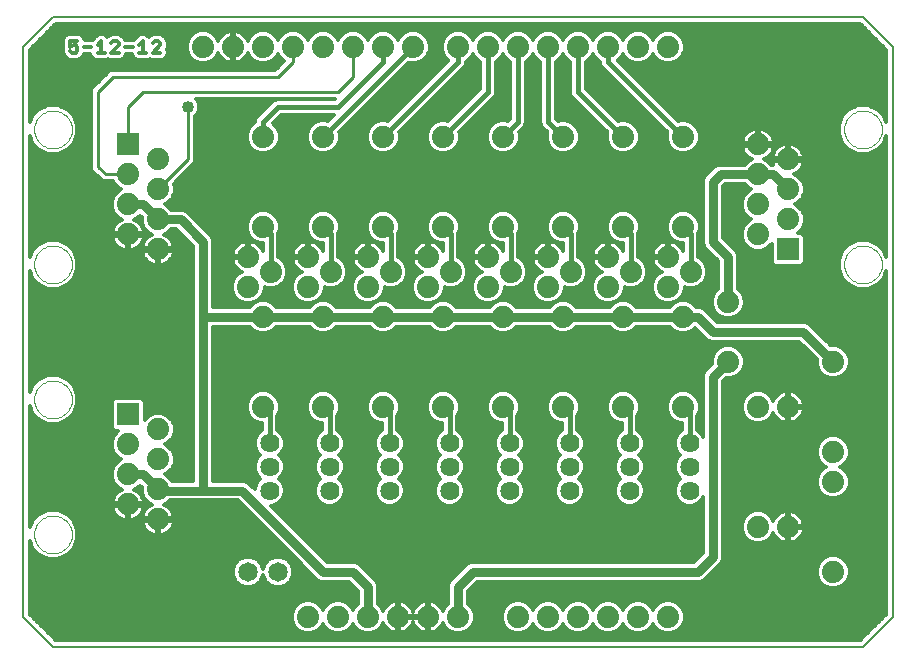
<source format=gtl>
G75*
G70*
%OFA0B0*%
%FSLAX24Y24*%
%IPPOS*%
%LPD*%
%AMOC8*
5,1,8,0,0,1.08239X$1,22.5*
%
%ADD10C,0.0080*%
%ADD11C,0.0130*%
%ADD12C,0.0740*%
%ADD13R,0.0740X0.0740*%
%ADD14C,0.0000*%
%ADD15C,0.0640*%
%ADD16C,0.0650*%
%ADD17C,0.0120*%
%ADD18C,0.0300*%
%ADD19C,0.0160*%
%ADD20C,0.0100*%
%ADD21C,0.0400*%
D10*
X006252Y001160D02*
X007252Y000160D01*
X034252Y000160D01*
X035252Y001160D01*
X035252Y020160D01*
X034252Y021160D01*
X007252Y021160D01*
X006252Y020160D01*
X006252Y001160D01*
D11*
X007879Y019975D02*
X007817Y020037D01*
X007879Y019975D02*
X008003Y019975D01*
X008064Y020037D01*
X008064Y020160D01*
X008003Y020222D01*
X007941Y020222D01*
X007817Y020160D01*
X007817Y020345D01*
X008064Y020345D01*
X008278Y020160D02*
X008525Y020160D01*
X008738Y020222D02*
X008862Y020345D01*
X008862Y019975D01*
X008985Y019975D02*
X008738Y019975D01*
X009199Y019975D02*
X009445Y020222D01*
X009445Y020284D01*
X009384Y020345D01*
X009260Y020345D01*
X009199Y020284D01*
X009199Y019975D02*
X009445Y019975D01*
X009659Y020160D02*
X009906Y020160D01*
X010119Y020222D02*
X010243Y020345D01*
X010243Y019975D01*
X010366Y019975D02*
X010119Y019975D01*
X010580Y019975D02*
X010827Y020222D01*
X010827Y020284D01*
X010765Y020345D01*
X010641Y020345D01*
X010580Y020284D01*
X010580Y019975D02*
X010827Y019975D01*
D12*
X012252Y020160D03*
X013252Y020160D03*
X014252Y020160D03*
X015252Y020160D03*
X016252Y020160D03*
X017252Y020160D03*
X018252Y020160D03*
X019252Y020160D03*
X020752Y020160D03*
X021752Y020160D03*
X022752Y020160D03*
X023752Y020160D03*
X024752Y020160D03*
X025752Y020160D03*
X026752Y020160D03*
X027752Y020160D03*
X028252Y017160D03*
X026252Y017160D03*
X024252Y017160D03*
X022252Y017160D03*
X020252Y017160D03*
X018252Y017160D03*
X016252Y017160D03*
X014252Y017160D03*
X010752Y016410D03*
X009752Y015910D03*
X010752Y015410D03*
X009752Y014910D03*
X010752Y014410D03*
X009752Y013910D03*
X010752Y013410D03*
X013752Y013160D03*
X014502Y012660D03*
X013752Y012160D03*
X014252Y011160D03*
X015752Y012160D03*
X016502Y012660D03*
X015752Y013160D03*
X016252Y014160D03*
X017752Y013160D03*
X018502Y012660D03*
X017752Y012160D03*
X018252Y011160D03*
X019752Y012160D03*
X020502Y012660D03*
X019752Y013160D03*
X020252Y014160D03*
X021752Y013160D03*
X022502Y012660D03*
X021752Y012160D03*
X022252Y011160D03*
X023752Y012160D03*
X024502Y012660D03*
X023752Y013160D03*
X024252Y014160D03*
X025752Y013160D03*
X026502Y012660D03*
X025752Y012160D03*
X026252Y011160D03*
X027752Y012160D03*
X028502Y012660D03*
X027752Y013160D03*
X028252Y014160D03*
X026252Y014160D03*
X022252Y014160D03*
X018252Y014160D03*
X014252Y014160D03*
X016252Y011160D03*
X020252Y011160D03*
X024252Y011160D03*
X028252Y011160D03*
X029752Y011660D03*
X029752Y009660D03*
X030752Y008160D03*
X031752Y008160D03*
X033252Y006660D03*
X033252Y005660D03*
X031752Y004160D03*
X030752Y004160D03*
X033252Y002660D03*
X027752Y001160D03*
X026752Y001160D03*
X025752Y001160D03*
X024752Y001160D03*
X023752Y001160D03*
X022752Y001160D03*
X020752Y001160D03*
X019752Y001160D03*
X018752Y001160D03*
X017752Y001160D03*
X016752Y001160D03*
X015752Y001160D03*
X010752Y004410D03*
X009752Y004910D03*
X010752Y005410D03*
X009752Y005910D03*
X010752Y006410D03*
X009752Y006910D03*
X010752Y007410D03*
X014252Y008160D03*
X016252Y008160D03*
X018252Y008160D03*
X020252Y008160D03*
X022252Y008160D03*
X024252Y008160D03*
X026252Y008160D03*
X028252Y008160D03*
X033252Y009660D03*
X030752Y013910D03*
X031752Y014410D03*
X030752Y014910D03*
X031752Y015410D03*
X030752Y015910D03*
X031752Y016410D03*
X030752Y016910D03*
D13*
X031752Y013410D03*
X009752Y016910D03*
X009752Y007910D03*
D14*
X006622Y008410D02*
X006624Y008460D01*
X006630Y008510D01*
X006640Y008559D01*
X006654Y008607D01*
X006671Y008654D01*
X006692Y008699D01*
X006717Y008743D01*
X006745Y008784D01*
X006777Y008823D01*
X006811Y008860D01*
X006848Y008894D01*
X006888Y008924D01*
X006930Y008951D01*
X006974Y008975D01*
X007020Y008996D01*
X007067Y009012D01*
X007115Y009025D01*
X007165Y009034D01*
X007214Y009039D01*
X007265Y009040D01*
X007315Y009037D01*
X007364Y009030D01*
X007413Y009019D01*
X007461Y009004D01*
X007507Y008986D01*
X007552Y008964D01*
X007595Y008938D01*
X007636Y008909D01*
X007675Y008877D01*
X007711Y008842D01*
X007743Y008804D01*
X007773Y008764D01*
X007800Y008721D01*
X007823Y008677D01*
X007842Y008631D01*
X007858Y008583D01*
X007870Y008534D01*
X007878Y008485D01*
X007882Y008435D01*
X007882Y008385D01*
X007878Y008335D01*
X007870Y008286D01*
X007858Y008237D01*
X007842Y008189D01*
X007823Y008143D01*
X007800Y008099D01*
X007773Y008056D01*
X007743Y008016D01*
X007711Y007978D01*
X007675Y007943D01*
X007636Y007911D01*
X007595Y007882D01*
X007552Y007856D01*
X007507Y007834D01*
X007461Y007816D01*
X007413Y007801D01*
X007364Y007790D01*
X007315Y007783D01*
X007265Y007780D01*
X007214Y007781D01*
X007165Y007786D01*
X007115Y007795D01*
X007067Y007808D01*
X007020Y007824D01*
X006974Y007845D01*
X006930Y007869D01*
X006888Y007896D01*
X006848Y007926D01*
X006811Y007960D01*
X006777Y007997D01*
X006745Y008036D01*
X006717Y008077D01*
X006692Y008121D01*
X006671Y008166D01*
X006654Y008213D01*
X006640Y008261D01*
X006630Y008310D01*
X006624Y008360D01*
X006622Y008410D01*
X006622Y003910D02*
X006624Y003960D01*
X006630Y004010D01*
X006640Y004059D01*
X006654Y004107D01*
X006671Y004154D01*
X006692Y004199D01*
X006717Y004243D01*
X006745Y004284D01*
X006777Y004323D01*
X006811Y004360D01*
X006848Y004394D01*
X006888Y004424D01*
X006930Y004451D01*
X006974Y004475D01*
X007020Y004496D01*
X007067Y004512D01*
X007115Y004525D01*
X007165Y004534D01*
X007214Y004539D01*
X007265Y004540D01*
X007315Y004537D01*
X007364Y004530D01*
X007413Y004519D01*
X007461Y004504D01*
X007507Y004486D01*
X007552Y004464D01*
X007595Y004438D01*
X007636Y004409D01*
X007675Y004377D01*
X007711Y004342D01*
X007743Y004304D01*
X007773Y004264D01*
X007800Y004221D01*
X007823Y004177D01*
X007842Y004131D01*
X007858Y004083D01*
X007870Y004034D01*
X007878Y003985D01*
X007882Y003935D01*
X007882Y003885D01*
X007878Y003835D01*
X007870Y003786D01*
X007858Y003737D01*
X007842Y003689D01*
X007823Y003643D01*
X007800Y003599D01*
X007773Y003556D01*
X007743Y003516D01*
X007711Y003478D01*
X007675Y003443D01*
X007636Y003411D01*
X007595Y003382D01*
X007552Y003356D01*
X007507Y003334D01*
X007461Y003316D01*
X007413Y003301D01*
X007364Y003290D01*
X007315Y003283D01*
X007265Y003280D01*
X007214Y003281D01*
X007165Y003286D01*
X007115Y003295D01*
X007067Y003308D01*
X007020Y003324D01*
X006974Y003345D01*
X006930Y003369D01*
X006888Y003396D01*
X006848Y003426D01*
X006811Y003460D01*
X006777Y003497D01*
X006745Y003536D01*
X006717Y003577D01*
X006692Y003621D01*
X006671Y003666D01*
X006654Y003713D01*
X006640Y003761D01*
X006630Y003810D01*
X006624Y003860D01*
X006622Y003910D01*
X006622Y012910D02*
X006624Y012960D01*
X006630Y013010D01*
X006640Y013059D01*
X006654Y013107D01*
X006671Y013154D01*
X006692Y013199D01*
X006717Y013243D01*
X006745Y013284D01*
X006777Y013323D01*
X006811Y013360D01*
X006848Y013394D01*
X006888Y013424D01*
X006930Y013451D01*
X006974Y013475D01*
X007020Y013496D01*
X007067Y013512D01*
X007115Y013525D01*
X007165Y013534D01*
X007214Y013539D01*
X007265Y013540D01*
X007315Y013537D01*
X007364Y013530D01*
X007413Y013519D01*
X007461Y013504D01*
X007507Y013486D01*
X007552Y013464D01*
X007595Y013438D01*
X007636Y013409D01*
X007675Y013377D01*
X007711Y013342D01*
X007743Y013304D01*
X007773Y013264D01*
X007800Y013221D01*
X007823Y013177D01*
X007842Y013131D01*
X007858Y013083D01*
X007870Y013034D01*
X007878Y012985D01*
X007882Y012935D01*
X007882Y012885D01*
X007878Y012835D01*
X007870Y012786D01*
X007858Y012737D01*
X007842Y012689D01*
X007823Y012643D01*
X007800Y012599D01*
X007773Y012556D01*
X007743Y012516D01*
X007711Y012478D01*
X007675Y012443D01*
X007636Y012411D01*
X007595Y012382D01*
X007552Y012356D01*
X007507Y012334D01*
X007461Y012316D01*
X007413Y012301D01*
X007364Y012290D01*
X007315Y012283D01*
X007265Y012280D01*
X007214Y012281D01*
X007165Y012286D01*
X007115Y012295D01*
X007067Y012308D01*
X007020Y012324D01*
X006974Y012345D01*
X006930Y012369D01*
X006888Y012396D01*
X006848Y012426D01*
X006811Y012460D01*
X006777Y012497D01*
X006745Y012536D01*
X006717Y012577D01*
X006692Y012621D01*
X006671Y012666D01*
X006654Y012713D01*
X006640Y012761D01*
X006630Y012810D01*
X006624Y012860D01*
X006622Y012910D01*
X006622Y017410D02*
X006624Y017460D01*
X006630Y017510D01*
X006640Y017559D01*
X006654Y017607D01*
X006671Y017654D01*
X006692Y017699D01*
X006717Y017743D01*
X006745Y017784D01*
X006777Y017823D01*
X006811Y017860D01*
X006848Y017894D01*
X006888Y017924D01*
X006930Y017951D01*
X006974Y017975D01*
X007020Y017996D01*
X007067Y018012D01*
X007115Y018025D01*
X007165Y018034D01*
X007214Y018039D01*
X007265Y018040D01*
X007315Y018037D01*
X007364Y018030D01*
X007413Y018019D01*
X007461Y018004D01*
X007507Y017986D01*
X007552Y017964D01*
X007595Y017938D01*
X007636Y017909D01*
X007675Y017877D01*
X007711Y017842D01*
X007743Y017804D01*
X007773Y017764D01*
X007800Y017721D01*
X007823Y017677D01*
X007842Y017631D01*
X007858Y017583D01*
X007870Y017534D01*
X007878Y017485D01*
X007882Y017435D01*
X007882Y017385D01*
X007878Y017335D01*
X007870Y017286D01*
X007858Y017237D01*
X007842Y017189D01*
X007823Y017143D01*
X007800Y017099D01*
X007773Y017056D01*
X007743Y017016D01*
X007711Y016978D01*
X007675Y016943D01*
X007636Y016911D01*
X007595Y016882D01*
X007552Y016856D01*
X007507Y016834D01*
X007461Y016816D01*
X007413Y016801D01*
X007364Y016790D01*
X007315Y016783D01*
X007265Y016780D01*
X007214Y016781D01*
X007165Y016786D01*
X007115Y016795D01*
X007067Y016808D01*
X007020Y016824D01*
X006974Y016845D01*
X006930Y016869D01*
X006888Y016896D01*
X006848Y016926D01*
X006811Y016960D01*
X006777Y016997D01*
X006745Y017036D01*
X006717Y017077D01*
X006692Y017121D01*
X006671Y017166D01*
X006654Y017213D01*
X006640Y017261D01*
X006630Y017310D01*
X006624Y017360D01*
X006622Y017410D01*
X033622Y017410D02*
X033624Y017460D01*
X033630Y017510D01*
X033640Y017559D01*
X033654Y017607D01*
X033671Y017654D01*
X033692Y017699D01*
X033717Y017743D01*
X033745Y017784D01*
X033777Y017823D01*
X033811Y017860D01*
X033848Y017894D01*
X033888Y017924D01*
X033930Y017951D01*
X033974Y017975D01*
X034020Y017996D01*
X034067Y018012D01*
X034115Y018025D01*
X034165Y018034D01*
X034214Y018039D01*
X034265Y018040D01*
X034315Y018037D01*
X034364Y018030D01*
X034413Y018019D01*
X034461Y018004D01*
X034507Y017986D01*
X034552Y017964D01*
X034595Y017938D01*
X034636Y017909D01*
X034675Y017877D01*
X034711Y017842D01*
X034743Y017804D01*
X034773Y017764D01*
X034800Y017721D01*
X034823Y017677D01*
X034842Y017631D01*
X034858Y017583D01*
X034870Y017534D01*
X034878Y017485D01*
X034882Y017435D01*
X034882Y017385D01*
X034878Y017335D01*
X034870Y017286D01*
X034858Y017237D01*
X034842Y017189D01*
X034823Y017143D01*
X034800Y017099D01*
X034773Y017056D01*
X034743Y017016D01*
X034711Y016978D01*
X034675Y016943D01*
X034636Y016911D01*
X034595Y016882D01*
X034552Y016856D01*
X034507Y016834D01*
X034461Y016816D01*
X034413Y016801D01*
X034364Y016790D01*
X034315Y016783D01*
X034265Y016780D01*
X034214Y016781D01*
X034165Y016786D01*
X034115Y016795D01*
X034067Y016808D01*
X034020Y016824D01*
X033974Y016845D01*
X033930Y016869D01*
X033888Y016896D01*
X033848Y016926D01*
X033811Y016960D01*
X033777Y016997D01*
X033745Y017036D01*
X033717Y017077D01*
X033692Y017121D01*
X033671Y017166D01*
X033654Y017213D01*
X033640Y017261D01*
X033630Y017310D01*
X033624Y017360D01*
X033622Y017410D01*
X033622Y012910D02*
X033624Y012960D01*
X033630Y013010D01*
X033640Y013059D01*
X033654Y013107D01*
X033671Y013154D01*
X033692Y013199D01*
X033717Y013243D01*
X033745Y013284D01*
X033777Y013323D01*
X033811Y013360D01*
X033848Y013394D01*
X033888Y013424D01*
X033930Y013451D01*
X033974Y013475D01*
X034020Y013496D01*
X034067Y013512D01*
X034115Y013525D01*
X034165Y013534D01*
X034214Y013539D01*
X034265Y013540D01*
X034315Y013537D01*
X034364Y013530D01*
X034413Y013519D01*
X034461Y013504D01*
X034507Y013486D01*
X034552Y013464D01*
X034595Y013438D01*
X034636Y013409D01*
X034675Y013377D01*
X034711Y013342D01*
X034743Y013304D01*
X034773Y013264D01*
X034800Y013221D01*
X034823Y013177D01*
X034842Y013131D01*
X034858Y013083D01*
X034870Y013034D01*
X034878Y012985D01*
X034882Y012935D01*
X034882Y012885D01*
X034878Y012835D01*
X034870Y012786D01*
X034858Y012737D01*
X034842Y012689D01*
X034823Y012643D01*
X034800Y012599D01*
X034773Y012556D01*
X034743Y012516D01*
X034711Y012478D01*
X034675Y012443D01*
X034636Y012411D01*
X034595Y012382D01*
X034552Y012356D01*
X034507Y012334D01*
X034461Y012316D01*
X034413Y012301D01*
X034364Y012290D01*
X034315Y012283D01*
X034265Y012280D01*
X034214Y012281D01*
X034165Y012286D01*
X034115Y012295D01*
X034067Y012308D01*
X034020Y012324D01*
X033974Y012345D01*
X033930Y012369D01*
X033888Y012396D01*
X033848Y012426D01*
X033811Y012460D01*
X033777Y012497D01*
X033745Y012536D01*
X033717Y012577D01*
X033692Y012621D01*
X033671Y012666D01*
X033654Y012713D01*
X033640Y012761D01*
X033630Y012810D01*
X033624Y012860D01*
X033622Y012910D01*
D15*
X028469Y006947D03*
X028469Y006160D03*
X028469Y005373D03*
X026469Y005373D03*
X026469Y006160D03*
X026469Y006947D03*
X024469Y006947D03*
X024469Y006160D03*
X024469Y005373D03*
X022469Y005373D03*
X022469Y006160D03*
X022469Y006947D03*
X020469Y006947D03*
X020469Y006160D03*
X020469Y005373D03*
X018469Y005373D03*
X018469Y006160D03*
X018469Y006947D03*
X016469Y006947D03*
X016469Y006160D03*
X016469Y005373D03*
X014469Y005373D03*
X014469Y006160D03*
X014469Y006947D03*
D16*
X014752Y002660D03*
X013752Y002660D03*
D17*
X013247Y002649D02*
X006472Y002649D01*
X006472Y002767D02*
X013250Y002767D01*
X013247Y002760D02*
X013247Y002560D01*
X013324Y002374D01*
X013466Y002232D01*
X013652Y002155D01*
X013853Y002155D01*
X014038Y002232D01*
X014180Y002374D01*
X014252Y002547D01*
X014324Y002374D01*
X014466Y002232D01*
X014652Y002155D01*
X014853Y002155D01*
X015038Y002232D01*
X015180Y002374D01*
X015257Y002560D01*
X015257Y002760D01*
X015180Y002946D01*
X015038Y003088D01*
X014853Y003165D01*
X014652Y003165D01*
X014466Y003088D01*
X014324Y002946D01*
X014252Y002773D01*
X014180Y002946D01*
X014038Y003088D01*
X013853Y003165D01*
X013652Y003165D01*
X013466Y003088D01*
X013324Y002946D01*
X013247Y002760D01*
X013299Y002886D02*
X006472Y002886D01*
X006472Y003004D02*
X013382Y003004D01*
X013549Y003123D02*
X007468Y003123D01*
X007413Y003100D02*
X007711Y003223D01*
X007939Y003451D01*
X008062Y003749D01*
X008062Y004071D01*
X007939Y004369D01*
X007711Y004597D01*
X007413Y004720D01*
X007091Y004720D01*
X006794Y004597D01*
X006566Y004369D01*
X006472Y004143D01*
X006472Y008177D01*
X006566Y007951D01*
X006794Y007723D01*
X007091Y007600D01*
X007413Y007600D01*
X007711Y007723D01*
X007939Y007951D01*
X008062Y008249D01*
X008062Y008571D01*
X007939Y008869D01*
X007711Y009097D01*
X007413Y009220D01*
X007091Y009220D01*
X006794Y009097D01*
X006566Y008869D01*
X006472Y008643D01*
X006472Y012677D01*
X006566Y012451D01*
X006794Y012223D01*
X007091Y012100D01*
X007413Y012100D01*
X007711Y012223D01*
X007939Y012451D01*
X008062Y012749D01*
X008062Y013071D01*
X007939Y013369D01*
X007711Y013597D01*
X007413Y013720D01*
X007091Y013720D01*
X006794Y013597D01*
X006566Y013369D01*
X006472Y013143D01*
X006472Y017177D01*
X006566Y016951D01*
X006794Y016723D01*
X007091Y016600D01*
X007413Y016600D01*
X007711Y016723D01*
X007939Y016951D01*
X008062Y017249D01*
X008062Y017571D01*
X007939Y017869D01*
X007711Y018097D01*
X007413Y018220D01*
X007091Y018220D01*
X006794Y018097D01*
X006566Y017869D01*
X006472Y017643D01*
X006472Y020069D01*
X007343Y020940D01*
X034161Y020940D01*
X035032Y020069D01*
X035032Y017643D01*
X034939Y017869D01*
X034711Y018097D01*
X034413Y018220D01*
X034091Y018220D01*
X033794Y018097D01*
X033566Y017869D01*
X033442Y017571D01*
X033442Y017249D01*
X033566Y016951D01*
X033794Y016723D01*
X034091Y016600D01*
X034413Y016600D01*
X034711Y016723D01*
X034939Y016951D01*
X035032Y017177D01*
X035032Y013143D01*
X034939Y013369D01*
X034711Y013597D01*
X034413Y013720D01*
X034091Y013720D01*
X033794Y013597D01*
X033566Y013369D01*
X033442Y013071D01*
X033442Y012749D01*
X033566Y012451D01*
X033794Y012223D01*
X034091Y012100D01*
X034413Y012100D01*
X034711Y012223D01*
X034939Y012451D01*
X035032Y012677D01*
X035032Y001251D01*
X034161Y000380D01*
X007343Y000380D01*
X006472Y001251D01*
X006472Y003677D01*
X006566Y003451D01*
X006794Y003223D01*
X007091Y003100D01*
X007413Y003100D01*
X007729Y003241D02*
X015205Y003241D01*
X015323Y003123D02*
X014955Y003123D01*
X015123Y003004D02*
X015442Y003004D01*
X015560Y002886D02*
X015206Y002886D01*
X015255Y002767D02*
X015679Y002767D01*
X015797Y002649D02*
X015257Y002649D01*
X015245Y002530D02*
X015916Y002530D01*
X015973Y002473D02*
X016065Y002380D01*
X016187Y002330D01*
X017116Y002330D01*
X017422Y002023D01*
X017422Y001608D01*
X017286Y001472D01*
X017252Y001390D01*
X017219Y001472D01*
X017064Y001626D01*
X016862Y001710D01*
X016643Y001710D01*
X016441Y001626D01*
X016286Y001472D01*
X016252Y001390D01*
X016219Y001472D01*
X016064Y001626D01*
X015862Y001710D01*
X015643Y001710D01*
X015441Y001626D01*
X015286Y001472D01*
X015202Y001269D01*
X015202Y001051D01*
X015286Y000848D01*
X015441Y000694D01*
X015643Y000610D01*
X015862Y000610D01*
X016064Y000694D01*
X016219Y000848D01*
X016252Y000930D01*
X016286Y000848D01*
X016441Y000694D01*
X016643Y000610D01*
X016862Y000610D01*
X017064Y000694D01*
X017219Y000848D01*
X017252Y000930D01*
X017286Y000848D01*
X017441Y000694D01*
X017643Y000610D01*
X017862Y000610D01*
X018064Y000694D01*
X018219Y000848D01*
X018262Y000954D01*
X018299Y000882D01*
X018348Y000815D01*
X018407Y000756D01*
X018475Y000707D01*
X018549Y000669D01*
X018628Y000643D01*
X018711Y000630D01*
X018712Y000630D01*
X018712Y001120D01*
X018792Y001120D01*
X018792Y000630D01*
X018794Y000630D01*
X018876Y000643D01*
X018956Y000669D01*
X019030Y000707D01*
X019098Y000756D01*
X019157Y000815D01*
X019206Y000882D01*
X019244Y000957D01*
X019252Y000984D01*
X019261Y000957D01*
X019299Y000882D01*
X019348Y000815D01*
X019407Y000756D01*
X019475Y000707D01*
X019549Y000669D01*
X019628Y000643D01*
X019711Y000630D01*
X019712Y000630D01*
X019712Y001120D01*
X019222Y001120D01*
X018792Y001120D01*
X018792Y001200D01*
X018712Y001200D01*
X018712Y001690D01*
X018711Y001690D01*
X018628Y001677D01*
X018549Y001651D01*
X018475Y001613D01*
X018407Y001564D01*
X018348Y001505D01*
X018299Y001438D01*
X018262Y001366D01*
X018219Y001472D01*
X018082Y001608D01*
X018082Y002226D01*
X018032Y002347D01*
X017939Y002440D01*
X017439Y002940D01*
X017318Y002990D01*
X016389Y002990D01*
X014506Y004873D01*
X014568Y004873D01*
X014752Y004949D01*
X014893Y005089D01*
X014969Y005273D01*
X014969Y005472D01*
X014893Y005656D01*
X014782Y005766D01*
X014893Y005877D01*
X014969Y006061D01*
X014969Y006259D01*
X014893Y006443D01*
X014782Y006554D01*
X014893Y006664D01*
X014969Y006848D01*
X014969Y007047D01*
X014893Y007231D01*
X014752Y007371D01*
X014729Y007381D01*
X014729Y007873D01*
X014802Y008051D01*
X014802Y008269D01*
X014719Y008472D01*
X014564Y008626D01*
X014362Y008710D01*
X014143Y008710D01*
X013941Y008626D01*
X013786Y008472D01*
X013702Y008269D01*
X013702Y008051D01*
X013786Y007848D01*
X013941Y007694D01*
X014143Y007610D01*
X014209Y007610D01*
X014209Y007381D01*
X014186Y007371D01*
X014045Y007231D01*
X013969Y007047D01*
X013969Y006848D01*
X014045Y006664D01*
X014155Y006554D01*
X014045Y006443D01*
X013969Y006259D01*
X013969Y006061D01*
X014045Y005877D01*
X014155Y005766D01*
X014045Y005656D01*
X013969Y005472D01*
X013969Y005410D01*
X013727Y005652D01*
X013605Y005703D01*
X012582Y005703D01*
X012582Y010830D01*
X013805Y010830D01*
X013941Y010694D01*
X014143Y010610D01*
X014362Y010610D01*
X014564Y010694D01*
X014700Y010830D01*
X015805Y010830D01*
X015941Y010694D01*
X016143Y010610D01*
X016362Y010610D01*
X016564Y010694D01*
X016700Y010830D01*
X017805Y010830D01*
X017941Y010694D01*
X018143Y010610D01*
X018362Y010610D01*
X018564Y010694D01*
X018700Y010830D01*
X019805Y010830D01*
X019941Y010694D01*
X020143Y010610D01*
X020362Y010610D01*
X020564Y010694D01*
X020700Y010830D01*
X021805Y010830D01*
X021941Y010694D01*
X022143Y010610D01*
X022362Y010610D01*
X022564Y010694D01*
X022700Y010830D01*
X023805Y010830D01*
X023941Y010694D01*
X024143Y010610D01*
X024362Y010610D01*
X024564Y010694D01*
X024700Y010830D01*
X025805Y010830D01*
X025941Y010694D01*
X026143Y010610D01*
X026362Y010610D01*
X026564Y010694D01*
X026700Y010830D01*
X027805Y010830D01*
X027941Y010694D01*
X028143Y010610D01*
X028362Y010610D01*
X028564Y010694D01*
X028658Y010788D01*
X028973Y010473D01*
X029065Y010380D01*
X029187Y010330D01*
X032116Y010330D01*
X032702Y009743D01*
X032702Y009551D01*
X032786Y009348D01*
X032941Y009194D01*
X033143Y009110D01*
X033362Y009110D01*
X033564Y009194D01*
X033719Y009348D01*
X033802Y009551D01*
X033802Y009769D01*
X033719Y009972D01*
X033564Y010126D01*
X033362Y010210D01*
X033169Y010210D01*
X032532Y010847D01*
X032439Y010940D01*
X032318Y010990D01*
X029389Y010990D01*
X028939Y011440D01*
X028818Y011490D01*
X028700Y011490D01*
X028564Y011626D01*
X028362Y011710D01*
X028143Y011710D01*
X027941Y011626D01*
X027805Y011490D01*
X026700Y011490D01*
X026564Y011626D01*
X026362Y011710D01*
X026143Y011710D01*
X025941Y011626D01*
X025805Y011490D01*
X024700Y011490D01*
X024564Y011626D01*
X024362Y011710D01*
X024143Y011710D01*
X023941Y011626D01*
X023805Y011490D01*
X022700Y011490D01*
X022564Y011626D01*
X022362Y011710D01*
X022143Y011710D01*
X021941Y011626D01*
X021805Y011490D01*
X020700Y011490D01*
X020564Y011626D01*
X020362Y011710D01*
X020143Y011710D01*
X019941Y011626D01*
X019805Y011490D01*
X018700Y011490D01*
X018564Y011626D01*
X018362Y011710D01*
X018143Y011710D01*
X017941Y011626D01*
X017805Y011490D01*
X016700Y011490D01*
X016564Y011626D01*
X016362Y011710D01*
X016143Y011710D01*
X015941Y011626D01*
X015805Y011490D01*
X014700Y011490D01*
X014564Y011626D01*
X014362Y011710D01*
X014143Y011710D01*
X013941Y011626D01*
X013805Y011490D01*
X012582Y011490D01*
X012582Y013726D01*
X012532Y013847D01*
X012439Y013940D01*
X011689Y014690D01*
X011568Y014740D01*
X011200Y014740D01*
X011064Y014876D01*
X010982Y014910D01*
X011064Y014944D01*
X011219Y015098D01*
X011302Y015301D01*
X011302Y015519D01*
X011269Y015601D01*
X011982Y016315D01*
X011982Y017853D01*
X012075Y017945D01*
X012132Y018084D01*
X012132Y018236D01*
X012075Y018375D01*
X012020Y018430D01*
X016655Y018430D01*
X016645Y018420D01*
X014701Y018420D01*
X014605Y018380D01*
X014105Y017880D01*
X014032Y017807D01*
X013992Y017712D01*
X013992Y017648D01*
X013941Y017626D01*
X013786Y017472D01*
X013702Y017269D01*
X013702Y017051D01*
X013786Y016848D01*
X013941Y016694D01*
X014143Y016610D01*
X014362Y016610D01*
X014564Y016694D01*
X014719Y016848D01*
X014802Y017051D01*
X014802Y017269D01*
X014719Y017472D01*
X014575Y017615D01*
X014860Y017900D01*
X016625Y017900D01*
X016413Y017689D01*
X016362Y017710D01*
X016143Y017710D01*
X015941Y017626D01*
X015786Y017472D01*
X015702Y017269D01*
X015702Y017051D01*
X015786Y016848D01*
X015941Y016694D01*
X016143Y016610D01*
X016362Y016610D01*
X016564Y016694D01*
X016719Y016848D01*
X016802Y017051D01*
X016802Y017269D01*
X016781Y017321D01*
X019091Y019631D01*
X019143Y019610D01*
X019362Y019610D01*
X019564Y019694D01*
X019719Y019848D01*
X019802Y020051D01*
X019802Y020269D01*
X019719Y020472D01*
X019564Y020626D01*
X019362Y020710D01*
X019143Y020710D01*
X018941Y020626D01*
X018786Y020472D01*
X018752Y020390D01*
X018719Y020472D01*
X018564Y020626D01*
X018362Y020710D01*
X018143Y020710D01*
X017941Y020626D01*
X017786Y020472D01*
X017752Y020390D01*
X017719Y020472D01*
X017564Y020626D01*
X017362Y020710D01*
X017143Y020710D01*
X016941Y020626D01*
X016786Y020472D01*
X016752Y020390D01*
X016719Y020472D01*
X016564Y020626D01*
X016362Y020710D01*
X016143Y020710D01*
X015941Y020626D01*
X015786Y020472D01*
X015752Y020390D01*
X015719Y020472D01*
X015564Y020626D01*
X015362Y020710D01*
X015143Y020710D01*
X014941Y020626D01*
X014786Y020472D01*
X014752Y020390D01*
X014719Y020472D01*
X014564Y020626D01*
X014362Y020710D01*
X014143Y020710D01*
X013941Y020626D01*
X013786Y020472D01*
X013742Y020366D01*
X013706Y020438D01*
X013657Y020505D01*
X013598Y020564D01*
X013530Y020613D01*
X013456Y020651D01*
X013376Y020677D01*
X013294Y020690D01*
X013292Y020690D01*
X013292Y020200D01*
X013212Y020200D01*
X013212Y020690D01*
X013211Y020690D01*
X013128Y020677D01*
X013049Y020651D01*
X012975Y020613D01*
X012907Y020564D01*
X012848Y020505D01*
X012799Y020438D01*
X012762Y020366D01*
X012719Y020472D01*
X012564Y020626D01*
X012362Y020710D01*
X012143Y020710D01*
X011941Y020626D01*
X011786Y020472D01*
X011702Y020269D01*
X011702Y020051D01*
X011786Y019848D01*
X011941Y019694D01*
X012143Y019610D01*
X012362Y019610D01*
X012564Y019694D01*
X012719Y019848D01*
X012762Y019954D01*
X012799Y019882D01*
X012848Y019815D01*
X012907Y019756D01*
X012975Y019707D01*
X013049Y019669D01*
X013128Y019643D01*
X013211Y019630D01*
X013212Y019630D01*
X013212Y020120D01*
X013292Y020120D01*
X013292Y019630D01*
X013294Y019630D01*
X013376Y019643D01*
X013456Y019669D01*
X013530Y019707D01*
X013598Y019756D01*
X013657Y019815D01*
X013706Y019882D01*
X013742Y019954D01*
X013786Y019848D01*
X013941Y019694D01*
X014143Y019610D01*
X014362Y019610D01*
X014564Y019694D01*
X014719Y019848D01*
X014752Y019930D01*
X014786Y019848D01*
X014941Y019694D01*
X014955Y019688D01*
X014657Y019390D01*
X009157Y019390D01*
X009022Y019255D01*
X008522Y018755D01*
X008522Y016065D01*
X008657Y015930D01*
X008907Y015680D01*
X009252Y015680D01*
X009286Y015598D01*
X009441Y015444D01*
X009522Y015410D01*
X009441Y015376D01*
X009286Y015222D01*
X009202Y015019D01*
X009202Y014801D01*
X009286Y014598D01*
X009441Y014444D01*
X009547Y014400D01*
X009475Y014363D01*
X009407Y014314D01*
X009348Y014255D01*
X009299Y014188D01*
X009261Y014113D01*
X009235Y014034D01*
X009222Y013952D01*
X009222Y013948D01*
X009714Y013948D01*
X009714Y013872D01*
X009222Y013872D01*
X009222Y013868D01*
X009235Y013786D01*
X009261Y013707D01*
X009299Y013632D01*
X009348Y013565D01*
X009407Y013506D01*
X009475Y013457D01*
X009549Y013419D01*
X009628Y013393D01*
X009711Y013380D01*
X009714Y013380D01*
X009714Y013872D01*
X009791Y013872D01*
X009791Y013948D01*
X010282Y013948D01*
X010282Y013952D01*
X010269Y014034D01*
X010244Y014113D01*
X010206Y014188D01*
X010157Y014255D01*
X010098Y014314D01*
X010030Y014363D01*
X009958Y014400D01*
X010064Y014444D01*
X010158Y014538D01*
X010202Y014493D01*
X010202Y014301D01*
X010286Y014098D01*
X010441Y013944D01*
X010547Y013900D01*
X010475Y013863D01*
X010407Y013814D01*
X010348Y013755D01*
X010299Y013688D01*
X010261Y013613D01*
X010235Y013534D01*
X010222Y013452D01*
X010222Y013448D01*
X010714Y013448D01*
X010714Y013372D01*
X010222Y013372D01*
X010222Y013368D01*
X010235Y013286D01*
X010261Y013207D01*
X010299Y013132D01*
X010348Y013065D01*
X010407Y013006D01*
X010475Y012957D01*
X010549Y012919D01*
X010628Y012893D01*
X010711Y012880D01*
X010714Y012880D01*
X010714Y013372D01*
X010791Y013372D01*
X010791Y013448D01*
X011282Y013448D01*
X011282Y013452D01*
X011269Y013534D01*
X011244Y013613D01*
X011206Y013688D01*
X011157Y013755D01*
X011098Y013814D01*
X011030Y013863D01*
X010958Y013900D01*
X011064Y013944D01*
X011200Y014080D01*
X011366Y014080D01*
X011922Y013523D01*
X011922Y005703D01*
X011226Y005703D01*
X011219Y005722D01*
X011064Y005876D01*
X010982Y005910D01*
X011064Y005944D01*
X011219Y006098D01*
X011302Y006301D01*
X011302Y006519D01*
X011219Y006722D01*
X011064Y006876D01*
X010982Y006910D01*
X011064Y006944D01*
X011219Y007098D01*
X011302Y007301D01*
X011302Y007519D01*
X011219Y007722D01*
X011064Y007876D01*
X010862Y007960D01*
X010643Y007960D01*
X010441Y007876D01*
X010302Y007738D01*
X010302Y008355D01*
X010197Y008460D01*
X009308Y008460D01*
X009202Y008355D01*
X009202Y007465D01*
X009308Y007360D01*
X009425Y007360D01*
X009286Y007222D01*
X009202Y007019D01*
X009202Y006801D01*
X009286Y006598D01*
X009441Y006444D01*
X009522Y006410D01*
X009441Y006376D01*
X009286Y006222D01*
X009202Y006019D01*
X009202Y005801D01*
X009286Y005598D01*
X009441Y005444D01*
X009547Y005400D01*
X009475Y005363D01*
X009407Y005314D01*
X009348Y005255D01*
X009299Y005188D01*
X009261Y005113D01*
X009235Y005034D01*
X009222Y004952D01*
X009222Y004948D01*
X009714Y004948D01*
X009714Y004872D01*
X009222Y004872D01*
X009222Y004868D01*
X009235Y004786D01*
X009261Y004707D01*
X009299Y004632D01*
X009348Y004565D01*
X009407Y004506D01*
X009475Y004457D01*
X009549Y004419D01*
X009628Y004393D01*
X009711Y004380D01*
X009714Y004380D01*
X009714Y004872D01*
X009791Y004872D01*
X009791Y004948D01*
X010282Y004948D01*
X010282Y004952D01*
X010269Y005034D01*
X010244Y005113D01*
X010206Y005188D01*
X010157Y005255D01*
X010098Y005314D01*
X010030Y005363D01*
X009958Y005400D01*
X010064Y005444D01*
X010158Y005538D01*
X010202Y005493D01*
X010202Y005301D01*
X010286Y005098D01*
X010441Y004944D01*
X010547Y004900D01*
X010475Y004863D01*
X010407Y004814D01*
X010348Y004755D01*
X010299Y004688D01*
X010261Y004613D01*
X010235Y004534D01*
X010222Y004452D01*
X010222Y004448D01*
X010714Y004448D01*
X010714Y004372D01*
X010222Y004372D01*
X010222Y004368D01*
X010235Y004286D01*
X010261Y004207D01*
X010299Y004132D01*
X010348Y004065D01*
X010407Y004006D01*
X010475Y003957D01*
X010549Y003919D01*
X010628Y003893D01*
X010711Y003880D01*
X010714Y003880D01*
X010714Y004372D01*
X010791Y004372D01*
X010791Y004448D01*
X011282Y004448D01*
X011282Y004452D01*
X011269Y004534D01*
X011244Y004613D01*
X011206Y004688D01*
X011157Y004755D01*
X011098Y004814D01*
X011030Y004863D01*
X010958Y004900D01*
X011064Y004944D01*
X011163Y005043D01*
X013403Y005043D01*
X015973Y002473D01*
X016034Y002412D02*
X015196Y002412D01*
X015100Y002293D02*
X017153Y002293D01*
X017271Y002175D02*
X014900Y002175D01*
X014605Y002175D02*
X013900Y002175D01*
X014100Y002293D02*
X014405Y002293D01*
X014309Y002412D02*
X014196Y002412D01*
X014245Y002530D02*
X014260Y002530D01*
X013605Y002175D02*
X006472Y002175D01*
X006472Y002293D02*
X013405Y002293D01*
X013309Y002412D02*
X006472Y002412D01*
X006472Y002530D02*
X013260Y002530D01*
X014123Y003004D02*
X014382Y003004D01*
X014299Y002886D02*
X014206Y002886D01*
X013955Y003123D02*
X014549Y003123D01*
X014968Y003478D02*
X007950Y003478D01*
X007999Y003597D02*
X014849Y003597D01*
X014731Y003715D02*
X008048Y003715D01*
X008062Y003834D02*
X014612Y003834D01*
X014494Y003952D02*
X011021Y003952D01*
X011030Y003957D02*
X011098Y004006D01*
X011157Y004065D01*
X011206Y004132D01*
X011244Y004207D01*
X011269Y004286D01*
X011282Y004368D01*
X011282Y004372D01*
X010791Y004372D01*
X010791Y003880D01*
X010794Y003880D01*
X010876Y003893D01*
X010956Y003919D01*
X011030Y003957D01*
X011161Y004071D02*
X014375Y004071D01*
X014257Y004189D02*
X011235Y004189D01*
X011273Y004308D02*
X014138Y004308D01*
X014020Y004426D02*
X010791Y004426D01*
X010714Y004426D02*
X009970Y004426D01*
X009956Y004419D02*
X010030Y004457D01*
X010098Y004506D01*
X010157Y004565D01*
X010206Y004632D01*
X010244Y004707D01*
X010269Y004786D01*
X010282Y004868D01*
X010282Y004872D01*
X009791Y004872D01*
X009791Y004380D01*
X009794Y004380D01*
X009876Y004393D01*
X009956Y004419D01*
X009791Y004426D02*
X009714Y004426D01*
X009714Y004545D02*
X009791Y004545D01*
X009791Y004663D02*
X009714Y004663D01*
X009714Y004782D02*
X009791Y004782D01*
X009791Y004900D02*
X010546Y004900D01*
X010374Y004782D02*
X010268Y004782D01*
X010286Y004663D02*
X010221Y004663D01*
X010239Y004545D02*
X010136Y004545D01*
X010232Y004308D02*
X007964Y004308D01*
X008013Y004189D02*
X010270Y004189D01*
X010344Y004071D02*
X008062Y004071D01*
X008062Y003952D02*
X010484Y003952D01*
X010714Y003952D02*
X010791Y003952D01*
X010791Y004071D02*
X010714Y004071D01*
X010714Y004189D02*
X010791Y004189D01*
X010791Y004308D02*
X010714Y004308D01*
X011266Y004545D02*
X013901Y004545D01*
X013783Y004663D02*
X011218Y004663D01*
X011130Y004782D02*
X013664Y004782D01*
X013546Y004900D02*
X010958Y004900D01*
X011139Y005019D02*
X013427Y005019D01*
X013887Y005493D02*
X013977Y005493D01*
X014026Y005611D02*
X013768Y005611D01*
X014119Y005730D02*
X012582Y005730D01*
X012582Y005848D02*
X014074Y005848D01*
X014008Y005967D02*
X012582Y005967D01*
X012582Y006085D02*
X013969Y006085D01*
X013969Y006204D02*
X012582Y006204D01*
X012582Y006322D02*
X013995Y006322D01*
X014044Y006441D02*
X012582Y006441D01*
X012582Y006559D02*
X014150Y006559D01*
X014039Y006678D02*
X012582Y006678D01*
X012582Y006796D02*
X013990Y006796D01*
X013969Y006915D02*
X012582Y006915D01*
X012582Y007033D02*
X013969Y007033D01*
X014012Y007152D02*
X012582Y007152D01*
X012582Y007270D02*
X014084Y007270D01*
X014209Y007389D02*
X012582Y007389D01*
X012582Y007507D02*
X014209Y007507D01*
X014106Y007626D02*
X012582Y007626D01*
X012582Y007744D02*
X013891Y007744D01*
X013780Y007863D02*
X012582Y007863D01*
X012582Y007981D02*
X013731Y007981D01*
X013702Y008100D02*
X012582Y008100D01*
X012582Y008218D02*
X013702Y008218D01*
X013730Y008337D02*
X012582Y008337D01*
X012582Y008455D02*
X013779Y008455D01*
X013888Y008574D02*
X012582Y008574D01*
X012582Y008692D02*
X014100Y008692D01*
X014405Y008692D02*
X016100Y008692D01*
X016143Y008710D02*
X015941Y008626D01*
X015786Y008472D01*
X015702Y008269D01*
X015702Y008051D01*
X015786Y007848D01*
X015941Y007694D01*
X016143Y007610D01*
X016209Y007610D01*
X016209Y007381D01*
X016186Y007371D01*
X016045Y007231D01*
X015969Y007047D01*
X015969Y006848D01*
X016045Y006664D01*
X016155Y006554D01*
X016045Y006443D01*
X015969Y006259D01*
X015969Y006061D01*
X016045Y005877D01*
X016155Y005766D01*
X016045Y005656D01*
X015969Y005472D01*
X015969Y005273D01*
X016045Y005089D01*
X016186Y004949D01*
X016369Y004873D01*
X016568Y004873D01*
X016752Y004949D01*
X016893Y005089D01*
X016969Y005273D01*
X016969Y005472D01*
X016893Y005656D01*
X016782Y005766D01*
X016893Y005877D01*
X016969Y006061D01*
X016969Y006259D01*
X016893Y006443D01*
X016782Y006554D01*
X016893Y006664D01*
X016969Y006848D01*
X016969Y007047D01*
X016893Y007231D01*
X016752Y007371D01*
X016729Y007381D01*
X016729Y007873D01*
X016802Y008051D01*
X016802Y008269D01*
X016719Y008472D01*
X016564Y008626D01*
X016362Y008710D01*
X016143Y008710D01*
X016405Y008692D02*
X018100Y008692D01*
X018143Y008710D02*
X017941Y008626D01*
X017786Y008472D01*
X017702Y008269D01*
X017702Y008051D01*
X017786Y007848D01*
X017941Y007694D01*
X018143Y007610D01*
X018209Y007610D01*
X018209Y007381D01*
X018186Y007371D01*
X018045Y007231D01*
X017969Y007047D01*
X017969Y006848D01*
X018045Y006664D01*
X018155Y006554D01*
X018045Y006443D01*
X017969Y006259D01*
X017969Y006061D01*
X018045Y005877D01*
X018155Y005766D01*
X018045Y005656D01*
X017969Y005472D01*
X017969Y005273D01*
X018045Y005089D01*
X018186Y004949D01*
X018369Y004873D01*
X018568Y004873D01*
X018752Y004949D01*
X018893Y005089D01*
X018969Y005273D01*
X018969Y005472D01*
X018893Y005656D01*
X018782Y005766D01*
X018893Y005877D01*
X018969Y006061D01*
X018969Y006259D01*
X018893Y006443D01*
X018782Y006554D01*
X018893Y006664D01*
X018969Y006848D01*
X018969Y007047D01*
X018893Y007231D01*
X018752Y007371D01*
X018729Y007381D01*
X018729Y007873D01*
X018802Y008051D01*
X018802Y008269D01*
X018719Y008472D01*
X018564Y008626D01*
X018362Y008710D01*
X018143Y008710D01*
X018405Y008692D02*
X020100Y008692D01*
X020143Y008710D02*
X019941Y008626D01*
X019786Y008472D01*
X019702Y008269D01*
X019702Y008051D01*
X019786Y007848D01*
X019941Y007694D01*
X020143Y007610D01*
X020209Y007610D01*
X020209Y007381D01*
X020186Y007371D01*
X020045Y007231D01*
X019969Y007047D01*
X019969Y006848D01*
X020045Y006664D01*
X020155Y006554D01*
X020045Y006443D01*
X019969Y006259D01*
X019969Y006061D01*
X020045Y005877D01*
X020155Y005766D01*
X020045Y005656D01*
X019969Y005472D01*
X019969Y005273D01*
X020045Y005089D01*
X020186Y004949D01*
X020369Y004873D01*
X020568Y004873D01*
X020752Y004949D01*
X020893Y005089D01*
X020969Y005273D01*
X020969Y005472D01*
X020893Y005656D01*
X020782Y005766D01*
X020893Y005877D01*
X020969Y006061D01*
X020969Y006259D01*
X020893Y006443D01*
X020782Y006554D01*
X020893Y006664D01*
X020969Y006848D01*
X020969Y007047D01*
X020893Y007231D01*
X020752Y007371D01*
X020729Y007381D01*
X020729Y007873D01*
X020802Y008051D01*
X020802Y008269D01*
X020719Y008472D01*
X020564Y008626D01*
X020362Y008710D01*
X020143Y008710D01*
X020405Y008692D02*
X022100Y008692D01*
X022143Y008710D02*
X021941Y008626D01*
X021786Y008472D01*
X021702Y008269D01*
X021702Y008051D01*
X021786Y007848D01*
X021941Y007694D01*
X022143Y007610D01*
X022209Y007610D01*
X022209Y007381D01*
X022186Y007371D01*
X022045Y007231D01*
X021969Y007047D01*
X021969Y006848D01*
X022045Y006664D01*
X022155Y006554D01*
X022045Y006443D01*
X021969Y006259D01*
X021969Y006061D01*
X022045Y005877D01*
X022155Y005766D01*
X022045Y005656D01*
X021969Y005472D01*
X021969Y005273D01*
X022045Y005089D01*
X022186Y004949D01*
X022369Y004873D01*
X022568Y004873D01*
X022752Y004949D01*
X022893Y005089D01*
X022969Y005273D01*
X022969Y005472D01*
X022893Y005656D01*
X022782Y005766D01*
X022893Y005877D01*
X022969Y006061D01*
X022969Y006259D01*
X022893Y006443D01*
X022782Y006554D01*
X022893Y006664D01*
X022969Y006848D01*
X022969Y007047D01*
X022893Y007231D01*
X022752Y007371D01*
X022729Y007381D01*
X022729Y007873D01*
X022802Y008051D01*
X022802Y008269D01*
X022719Y008472D01*
X022564Y008626D01*
X022362Y008710D01*
X022143Y008710D01*
X022405Y008692D02*
X024100Y008692D01*
X024143Y008710D02*
X023941Y008626D01*
X023786Y008472D01*
X023702Y008269D01*
X023702Y008051D01*
X023786Y007848D01*
X023941Y007694D01*
X024143Y007610D01*
X024209Y007610D01*
X024209Y007381D01*
X024186Y007371D01*
X024045Y007231D01*
X023969Y007047D01*
X023969Y006848D01*
X024045Y006664D01*
X024155Y006554D01*
X024045Y006443D01*
X023969Y006259D01*
X023969Y006061D01*
X024045Y005877D01*
X024155Y005766D01*
X024045Y005656D01*
X023969Y005472D01*
X023969Y005273D01*
X024045Y005089D01*
X024186Y004949D01*
X024369Y004873D01*
X024568Y004873D01*
X024752Y004949D01*
X024893Y005089D01*
X024969Y005273D01*
X024969Y005472D01*
X024893Y005656D01*
X024782Y005766D01*
X024893Y005877D01*
X024969Y006061D01*
X024969Y006259D01*
X024893Y006443D01*
X024782Y006554D01*
X024893Y006664D01*
X024969Y006848D01*
X024969Y007047D01*
X024893Y007231D01*
X024752Y007371D01*
X024729Y007381D01*
X024729Y007873D01*
X024802Y008051D01*
X024802Y008269D01*
X024719Y008472D01*
X024564Y008626D01*
X024362Y008710D01*
X024143Y008710D01*
X024405Y008692D02*
X026100Y008692D01*
X026143Y008710D02*
X025941Y008626D01*
X025786Y008472D01*
X025702Y008269D01*
X025702Y008051D01*
X025786Y007848D01*
X025941Y007694D01*
X026143Y007610D01*
X026209Y007610D01*
X026209Y007381D01*
X026186Y007371D01*
X026045Y007231D01*
X025969Y007047D01*
X025969Y006848D01*
X026045Y006664D01*
X026155Y006554D01*
X026045Y006443D01*
X025969Y006259D01*
X025969Y006061D01*
X026045Y005877D01*
X026155Y005766D01*
X026045Y005656D01*
X025969Y005472D01*
X025969Y005273D01*
X026045Y005089D01*
X026186Y004949D01*
X026369Y004873D01*
X026568Y004873D01*
X026752Y004949D01*
X026893Y005089D01*
X026969Y005273D01*
X026969Y005472D01*
X026893Y005656D01*
X026782Y005766D01*
X026893Y005877D01*
X026969Y006061D01*
X026969Y006259D01*
X026893Y006443D01*
X026782Y006554D01*
X026893Y006664D01*
X026969Y006848D01*
X026969Y007047D01*
X026893Y007231D01*
X026752Y007371D01*
X026729Y007381D01*
X026729Y007873D01*
X026802Y008051D01*
X026802Y008269D01*
X026719Y008472D01*
X026564Y008626D01*
X026362Y008710D01*
X026143Y008710D01*
X026405Y008692D02*
X028100Y008692D01*
X028143Y008710D02*
X027941Y008626D01*
X027786Y008472D01*
X027702Y008269D01*
X027702Y008051D01*
X027786Y007848D01*
X027941Y007694D01*
X028143Y007610D01*
X028209Y007610D01*
X028209Y007381D01*
X028186Y007371D01*
X028045Y007231D01*
X027969Y007047D01*
X027969Y006848D01*
X028045Y006664D01*
X028155Y006554D01*
X028045Y006443D01*
X027969Y006259D01*
X027969Y006061D01*
X028045Y005877D01*
X028155Y005766D01*
X028045Y005656D01*
X027969Y005472D01*
X027969Y005273D01*
X028045Y005089D01*
X028186Y004949D01*
X028369Y004873D01*
X028568Y004873D01*
X028752Y004949D01*
X028893Y005089D01*
X028922Y005161D01*
X028922Y003297D01*
X028616Y002990D01*
X021187Y002990D01*
X021065Y002940D01*
X020973Y002847D01*
X020473Y002347D01*
X020422Y002226D01*
X020422Y001608D01*
X020286Y001472D01*
X020242Y001366D01*
X020206Y001438D01*
X020157Y001505D01*
X020098Y001564D01*
X020030Y001613D01*
X019956Y001651D01*
X019876Y001677D01*
X019794Y001690D01*
X019792Y001690D01*
X019792Y001200D01*
X019712Y001200D01*
X019712Y001120D01*
X019792Y001120D01*
X019792Y000630D01*
X019794Y000630D01*
X019876Y000643D01*
X019956Y000669D01*
X020030Y000707D01*
X020098Y000756D01*
X020157Y000815D01*
X020206Y000882D01*
X020242Y000954D01*
X020286Y000848D01*
X020441Y000694D01*
X020643Y000610D01*
X020862Y000610D01*
X021064Y000694D01*
X021219Y000848D01*
X021302Y001051D01*
X021302Y001269D01*
X021219Y001472D01*
X021082Y001608D01*
X021082Y002023D01*
X021389Y002330D01*
X028818Y002330D01*
X028939Y002380D01*
X029439Y002880D01*
X029532Y002973D01*
X029582Y003094D01*
X029582Y009023D01*
X029669Y009110D01*
X029862Y009110D01*
X030064Y009194D01*
X030219Y009348D01*
X030302Y009551D01*
X030302Y009769D01*
X030219Y009972D01*
X030064Y010126D01*
X029862Y010210D01*
X029643Y010210D01*
X029441Y010126D01*
X029286Y009972D01*
X029202Y009769D01*
X029202Y009577D01*
X028973Y009347D01*
X028922Y009226D01*
X028922Y007159D01*
X028893Y007231D01*
X028752Y007371D01*
X028729Y007381D01*
X028729Y007873D01*
X028802Y008051D01*
X028802Y008269D01*
X028719Y008472D01*
X028564Y008626D01*
X028362Y008710D01*
X028143Y008710D01*
X028405Y008692D02*
X028922Y008692D01*
X028922Y008574D02*
X028617Y008574D01*
X028725Y008455D02*
X028922Y008455D01*
X028922Y008337D02*
X028775Y008337D01*
X028802Y008218D02*
X028922Y008218D01*
X028922Y008100D02*
X028802Y008100D01*
X028774Y007981D02*
X028922Y007981D01*
X028922Y007863D02*
X028729Y007863D01*
X028729Y007744D02*
X028922Y007744D01*
X028922Y007626D02*
X028729Y007626D01*
X028729Y007507D02*
X028922Y007507D01*
X028922Y007389D02*
X028729Y007389D01*
X028853Y007270D02*
X028922Y007270D01*
X029582Y007270D02*
X035032Y007270D01*
X035032Y007152D02*
X033503Y007152D01*
X033564Y007126D02*
X033362Y007210D01*
X033143Y007210D01*
X032941Y007126D01*
X032786Y006972D01*
X032702Y006769D01*
X032702Y006551D01*
X032786Y006348D01*
X032941Y006194D01*
X033022Y006160D01*
X032941Y006126D01*
X032786Y005972D01*
X032702Y005769D01*
X032702Y005551D01*
X032786Y005348D01*
X032941Y005194D01*
X033143Y005110D01*
X033362Y005110D01*
X033564Y005194D01*
X033719Y005348D01*
X033802Y005551D01*
X033802Y005769D01*
X033719Y005972D01*
X033564Y006126D01*
X033482Y006160D01*
X033564Y006194D01*
X033719Y006348D01*
X033802Y006551D01*
X033802Y006769D01*
X033719Y006972D01*
X033564Y007126D01*
X033657Y007033D02*
X035032Y007033D01*
X035032Y006915D02*
X033742Y006915D01*
X033791Y006796D02*
X035032Y006796D01*
X035032Y006678D02*
X033802Y006678D01*
X033802Y006559D02*
X035032Y006559D01*
X035032Y006441D02*
X033757Y006441D01*
X033692Y006322D02*
X035032Y006322D01*
X035032Y006204D02*
X033574Y006204D01*
X033605Y006085D02*
X035032Y006085D01*
X035032Y005967D02*
X033721Y005967D01*
X033770Y005848D02*
X035032Y005848D01*
X035032Y005730D02*
X033802Y005730D01*
X033802Y005611D02*
X035032Y005611D01*
X035032Y005493D02*
X033778Y005493D01*
X033729Y005374D02*
X035032Y005374D01*
X035032Y005256D02*
X033626Y005256D01*
X033427Y005137D02*
X035032Y005137D01*
X035032Y005019D02*
X029582Y005019D01*
X029582Y005137D02*
X033078Y005137D01*
X032879Y005256D02*
X029582Y005256D01*
X029582Y005374D02*
X032776Y005374D01*
X032726Y005493D02*
X029582Y005493D01*
X029582Y005611D02*
X032702Y005611D01*
X032702Y005730D02*
X029582Y005730D01*
X029582Y005848D02*
X032735Y005848D01*
X032784Y005967D02*
X029582Y005967D01*
X029582Y006085D02*
X032900Y006085D01*
X032931Y006204D02*
X029582Y006204D01*
X029582Y006322D02*
X032813Y006322D01*
X032748Y006441D02*
X029582Y006441D01*
X029582Y006559D02*
X032702Y006559D01*
X032702Y006678D02*
X029582Y006678D01*
X029582Y006796D02*
X032713Y006796D01*
X032762Y006915D02*
X029582Y006915D01*
X029582Y007033D02*
X032848Y007033D01*
X033002Y007152D02*
X029582Y007152D01*
X029582Y007389D02*
X035032Y007389D01*
X035032Y007507D02*
X029582Y007507D01*
X029582Y007626D02*
X030606Y007626D01*
X030643Y007610D02*
X030862Y007610D01*
X031064Y007694D01*
X031219Y007848D01*
X031262Y007954D01*
X031299Y007882D01*
X031348Y007815D01*
X031407Y007756D01*
X031475Y007707D01*
X031549Y007669D01*
X031628Y007643D01*
X031711Y007630D01*
X031732Y007630D01*
X031732Y008140D01*
X031772Y008140D01*
X031772Y007630D01*
X031794Y007630D01*
X031876Y007643D01*
X031956Y007669D01*
X032030Y007707D01*
X032098Y007756D01*
X032157Y007815D01*
X032206Y007882D01*
X032244Y007957D01*
X032269Y008036D01*
X032282Y008118D01*
X032282Y008140D01*
X031772Y008140D01*
X031772Y008180D01*
X031732Y008180D01*
X031732Y008690D01*
X031711Y008690D01*
X031628Y008677D01*
X031549Y008651D01*
X031475Y008613D01*
X031407Y008564D01*
X031348Y008505D01*
X031299Y008438D01*
X031262Y008366D01*
X031219Y008472D01*
X031064Y008626D01*
X030862Y008710D01*
X030643Y008710D01*
X030441Y008626D01*
X030286Y008472D01*
X030202Y008269D01*
X030202Y008051D01*
X030286Y007848D01*
X030441Y007694D01*
X030643Y007610D01*
X030899Y007626D02*
X035032Y007626D01*
X035032Y007744D02*
X032081Y007744D01*
X032191Y007863D02*
X035032Y007863D01*
X035032Y007981D02*
X032251Y007981D01*
X032279Y008100D02*
X035032Y008100D01*
X035032Y008218D02*
X032280Y008218D01*
X032282Y008202D02*
X032269Y008284D01*
X032244Y008363D01*
X032206Y008438D01*
X032157Y008505D01*
X032098Y008564D01*
X032030Y008613D01*
X031956Y008651D01*
X031876Y008677D01*
X031794Y008690D01*
X031772Y008690D01*
X031772Y008180D01*
X032282Y008180D01*
X032282Y008202D01*
X032252Y008337D02*
X035032Y008337D01*
X035032Y008455D02*
X032193Y008455D01*
X032085Y008574D02*
X035032Y008574D01*
X035032Y008692D02*
X030905Y008692D01*
X031117Y008574D02*
X031420Y008574D01*
X031312Y008455D02*
X031225Y008455D01*
X030600Y008692D02*
X029582Y008692D01*
X029582Y008574D02*
X030388Y008574D01*
X030279Y008455D02*
X029582Y008455D01*
X029582Y008337D02*
X030230Y008337D01*
X030202Y008218D02*
X029582Y008218D01*
X029582Y008100D02*
X030202Y008100D01*
X030231Y007981D02*
X029582Y007981D01*
X029582Y007863D02*
X030280Y007863D01*
X030391Y007744D02*
X029582Y007744D01*
X028209Y007507D02*
X026729Y007507D01*
X026729Y007389D02*
X028209Y007389D01*
X028084Y007270D02*
X026853Y007270D01*
X026926Y007152D02*
X028012Y007152D01*
X027969Y007033D02*
X026969Y007033D01*
X026969Y006915D02*
X027969Y006915D01*
X027990Y006796D02*
X026947Y006796D01*
X026898Y006678D02*
X028039Y006678D01*
X028150Y006559D02*
X026788Y006559D01*
X026894Y006441D02*
X028044Y006441D01*
X027995Y006322D02*
X026943Y006322D01*
X026969Y006204D02*
X027969Y006204D01*
X027969Y006085D02*
X026969Y006085D01*
X026930Y005967D02*
X028008Y005967D01*
X028074Y005848D02*
X026864Y005848D01*
X026819Y005730D02*
X028119Y005730D01*
X028026Y005611D02*
X026911Y005611D01*
X026960Y005493D02*
X027977Y005493D01*
X027969Y005374D02*
X026969Y005374D01*
X026962Y005256D02*
X027976Y005256D01*
X028025Y005137D02*
X026913Y005137D01*
X026822Y005019D02*
X028116Y005019D01*
X028303Y004900D02*
X026635Y004900D01*
X026303Y004900D02*
X024635Y004900D01*
X024822Y005019D02*
X026116Y005019D01*
X026025Y005137D02*
X024913Y005137D01*
X024962Y005256D02*
X025976Y005256D01*
X025969Y005374D02*
X024969Y005374D01*
X024960Y005493D02*
X025977Y005493D01*
X026026Y005611D02*
X024911Y005611D01*
X024819Y005730D02*
X026119Y005730D01*
X026074Y005848D02*
X024864Y005848D01*
X024930Y005967D02*
X026008Y005967D01*
X025969Y006085D02*
X024969Y006085D01*
X024969Y006204D02*
X025969Y006204D01*
X025995Y006322D02*
X024943Y006322D01*
X024894Y006441D02*
X026044Y006441D01*
X026150Y006559D02*
X024788Y006559D01*
X024898Y006678D02*
X026039Y006678D01*
X025990Y006796D02*
X024947Y006796D01*
X024969Y006915D02*
X025969Y006915D01*
X025969Y007033D02*
X024969Y007033D01*
X024926Y007152D02*
X026012Y007152D01*
X026084Y007270D02*
X024853Y007270D01*
X024729Y007389D02*
X026209Y007389D01*
X026209Y007507D02*
X024729Y007507D01*
X024729Y007626D02*
X026106Y007626D01*
X025891Y007744D02*
X024729Y007744D01*
X024729Y007863D02*
X025780Y007863D01*
X025731Y007981D02*
X024774Y007981D01*
X024802Y008100D02*
X025702Y008100D01*
X025702Y008218D02*
X024802Y008218D01*
X024775Y008337D02*
X025730Y008337D01*
X025779Y008455D02*
X024725Y008455D01*
X024617Y008574D02*
X025888Y008574D01*
X026617Y008574D02*
X027888Y008574D01*
X027779Y008455D02*
X026725Y008455D01*
X026775Y008337D02*
X027730Y008337D01*
X027702Y008218D02*
X026802Y008218D01*
X026802Y008100D02*
X027702Y008100D01*
X027731Y007981D02*
X026774Y007981D01*
X026729Y007863D02*
X027780Y007863D01*
X027891Y007744D02*
X026729Y007744D01*
X026729Y007626D02*
X028106Y007626D01*
X028922Y008811D02*
X012582Y008811D01*
X012582Y008929D02*
X028922Y008929D01*
X028922Y009048D02*
X012582Y009048D01*
X012582Y009166D02*
X028922Y009166D01*
X028947Y009285D02*
X012582Y009285D01*
X012582Y009403D02*
X029029Y009403D01*
X029147Y009522D02*
X012582Y009522D01*
X012582Y009640D02*
X029202Y009640D01*
X029202Y009759D02*
X012582Y009759D01*
X012582Y009877D02*
X029247Y009877D01*
X029310Y009996D02*
X012582Y009996D01*
X012582Y010114D02*
X029429Y010114D01*
X029136Y010351D02*
X012582Y010351D01*
X012582Y010233D02*
X032213Y010233D01*
X032332Y010114D02*
X030076Y010114D01*
X030195Y009996D02*
X032450Y009996D01*
X032569Y009877D02*
X030258Y009877D01*
X030302Y009759D02*
X032687Y009759D01*
X032702Y009640D02*
X030302Y009640D01*
X030290Y009522D02*
X032714Y009522D01*
X032763Y009403D02*
X030241Y009403D01*
X030155Y009285D02*
X032850Y009285D01*
X033008Y009166D02*
X029997Y009166D01*
X029607Y009048D02*
X035032Y009048D01*
X035032Y009166D02*
X033497Y009166D01*
X033655Y009285D02*
X035032Y009285D01*
X035032Y009403D02*
X033741Y009403D01*
X033790Y009522D02*
X035032Y009522D01*
X035032Y009640D02*
X033802Y009640D01*
X033802Y009759D02*
X035032Y009759D01*
X035032Y009877D02*
X033758Y009877D01*
X033695Y009996D02*
X035032Y009996D01*
X035032Y010114D02*
X033576Y010114D01*
X033147Y010233D02*
X035032Y010233D01*
X035032Y010351D02*
X033028Y010351D01*
X032910Y010470D02*
X035032Y010470D01*
X035032Y010588D02*
X032791Y010588D01*
X032673Y010707D02*
X035032Y010707D01*
X035032Y010825D02*
X032554Y010825D01*
X032532Y010847D02*
X032532Y010847D01*
X032430Y010944D02*
X035032Y010944D01*
X035032Y011062D02*
X029317Y011062D01*
X029199Y011181D02*
X029473Y011181D01*
X029441Y011194D02*
X029643Y011110D01*
X029862Y011110D01*
X030064Y011194D01*
X030219Y011348D01*
X030302Y011551D01*
X030302Y011769D01*
X030219Y011972D01*
X030082Y012108D01*
X030082Y013226D01*
X030032Y013347D01*
X029582Y013797D01*
X029582Y015523D01*
X029639Y015580D01*
X030305Y015580D01*
X030441Y015444D01*
X030522Y015410D01*
X030441Y015376D01*
X030286Y015222D01*
X030202Y015019D01*
X030202Y014801D01*
X030286Y014598D01*
X030441Y014444D01*
X030522Y014410D01*
X030441Y014376D01*
X030286Y014222D01*
X030202Y014019D01*
X030202Y013801D01*
X030286Y013598D01*
X030441Y013444D01*
X030643Y013360D01*
X030862Y013360D01*
X031064Y013444D01*
X031202Y013582D01*
X031202Y012965D01*
X031308Y012860D01*
X032197Y012860D01*
X032302Y012965D01*
X032302Y013855D01*
X032197Y013960D01*
X032080Y013960D01*
X032219Y014098D01*
X032302Y014301D01*
X032302Y014519D01*
X032219Y014722D01*
X032064Y014876D01*
X031982Y014910D01*
X032064Y014944D01*
X032219Y015098D01*
X032302Y015301D01*
X032302Y015519D01*
X032219Y015722D01*
X032064Y015876D01*
X031958Y015920D01*
X032030Y015957D01*
X032098Y016006D01*
X032157Y016065D01*
X032206Y016132D01*
X032244Y016207D01*
X032269Y016286D01*
X032282Y016368D01*
X032282Y016372D01*
X031791Y016372D01*
X031791Y016448D01*
X032282Y016448D01*
X032282Y016452D01*
X032269Y016534D01*
X032244Y016613D01*
X032206Y016688D01*
X032157Y016755D01*
X032098Y016814D01*
X032030Y016863D01*
X031956Y016901D01*
X031876Y016927D01*
X031794Y016940D01*
X031791Y016940D01*
X031791Y016448D01*
X031714Y016448D01*
X031714Y016372D01*
X031222Y016372D01*
X031222Y016368D01*
X031235Y016286D01*
X031250Y016240D01*
X031200Y016240D01*
X031064Y016376D01*
X030958Y016420D01*
X031030Y016457D01*
X031098Y016506D01*
X031157Y016565D01*
X031206Y016632D01*
X031244Y016707D01*
X031269Y016786D01*
X031282Y016868D01*
X031282Y016872D01*
X030791Y016872D01*
X030791Y016948D01*
X031282Y016948D01*
X031282Y016952D01*
X031269Y017034D01*
X031244Y017113D01*
X031206Y017188D01*
X031157Y017255D01*
X031098Y017314D01*
X031030Y017363D01*
X030956Y017401D01*
X030876Y017427D01*
X030794Y017440D01*
X030791Y017440D01*
X030791Y016948D01*
X030714Y016948D01*
X030714Y016872D01*
X030222Y016872D01*
X030222Y016868D01*
X030235Y016786D01*
X030261Y016707D01*
X030299Y016632D01*
X030348Y016565D01*
X030407Y016506D01*
X030475Y016457D01*
X030547Y016420D01*
X030441Y016376D01*
X030305Y016240D01*
X029437Y016240D01*
X029315Y016190D01*
X029065Y015940D01*
X028973Y015847D01*
X028922Y015726D01*
X028922Y013594D01*
X028973Y013473D01*
X029065Y013380D01*
X029065Y013380D01*
X029422Y013023D01*
X029422Y012108D01*
X029286Y011972D01*
X029202Y011769D01*
X029202Y011551D01*
X029286Y011348D01*
X029441Y011194D01*
X029336Y011299D02*
X029080Y011299D01*
X028962Y011418D02*
X029257Y011418D01*
X029208Y011536D02*
X028654Y011536D01*
X028496Y011655D02*
X029202Y011655D01*
X029204Y011773D02*
X028143Y011773D01*
X028219Y011848D02*
X028064Y011694D01*
X027862Y011610D01*
X027643Y011610D01*
X027441Y011694D01*
X027286Y011848D01*
X027202Y012051D01*
X027202Y012269D01*
X027286Y012472D01*
X027441Y012626D01*
X027547Y012670D01*
X027475Y012707D01*
X027407Y012756D01*
X027348Y012815D01*
X027299Y012882D01*
X027261Y012957D01*
X027235Y013036D01*
X027222Y013118D01*
X027222Y013140D01*
X027732Y013140D01*
X027732Y013180D01*
X027222Y013180D01*
X027222Y013202D01*
X027235Y013284D01*
X027261Y013363D01*
X027299Y013438D01*
X027348Y013505D01*
X027407Y013564D01*
X027475Y013613D01*
X027549Y013651D01*
X027628Y013677D01*
X027711Y013690D01*
X027732Y013690D01*
X027732Y013180D01*
X027772Y013180D01*
X027772Y013690D01*
X027794Y013690D01*
X027876Y013677D01*
X027956Y013651D01*
X028030Y013613D01*
X028098Y013564D01*
X028157Y013505D01*
X028206Y013438D01*
X028242Y013366D01*
X028242Y013610D01*
X028143Y013610D01*
X027941Y013694D01*
X027786Y013848D01*
X027702Y014051D01*
X027702Y014269D01*
X027786Y014472D01*
X027941Y014626D01*
X028143Y014710D01*
X028362Y014710D01*
X028564Y014626D01*
X028719Y014472D01*
X028802Y014269D01*
X028802Y014051D01*
X028762Y013954D01*
X028762Y013148D01*
X028814Y013126D01*
X028969Y012972D01*
X029052Y012769D01*
X029052Y012551D01*
X028969Y012348D01*
X028814Y012194D01*
X028612Y012110D01*
X028393Y012110D01*
X028302Y012148D01*
X028302Y012051D01*
X028219Y011848D01*
X028236Y011892D02*
X029253Y011892D01*
X029325Y012010D02*
X028286Y012010D01*
X028302Y012129D02*
X028348Y012129D01*
X028656Y012129D02*
X029422Y012129D01*
X029422Y012247D02*
X028867Y012247D01*
X028976Y012366D02*
X029422Y012366D01*
X029422Y012484D02*
X029025Y012484D01*
X029052Y012603D02*
X029422Y012603D01*
X029422Y012721D02*
X029052Y012721D01*
X029023Y012840D02*
X029422Y012840D01*
X029422Y012958D02*
X028974Y012958D01*
X028864Y013077D02*
X029369Y013077D01*
X029251Y013195D02*
X028762Y013195D01*
X028762Y013314D02*
X029132Y013314D01*
X029014Y013432D02*
X028762Y013432D01*
X028762Y013551D02*
X028941Y013551D01*
X028922Y013669D02*
X028762Y013669D01*
X028762Y013788D02*
X028922Y013788D01*
X028922Y013906D02*
X028762Y013906D01*
X028792Y014025D02*
X028922Y014025D01*
X028922Y014143D02*
X028802Y014143D01*
X028802Y014262D02*
X028922Y014262D01*
X028922Y014380D02*
X028757Y014380D01*
X028692Y014499D02*
X028922Y014499D01*
X028922Y014617D02*
X028573Y014617D01*
X028922Y014736D02*
X011579Y014736D01*
X011762Y014617D02*
X013932Y014617D01*
X013941Y014626D02*
X013786Y014472D01*
X013702Y014269D01*
X013702Y014051D01*
X013786Y013848D01*
X013941Y013694D01*
X014143Y013610D01*
X014242Y013610D01*
X014242Y013366D01*
X014206Y013438D01*
X014157Y013505D01*
X014098Y013564D01*
X014030Y013613D01*
X013956Y013651D01*
X013876Y013677D01*
X013794Y013690D01*
X013772Y013690D01*
X013772Y013180D01*
X013732Y013180D01*
X013732Y013140D01*
X013222Y013140D01*
X013222Y013118D01*
X013235Y013036D01*
X013261Y012957D01*
X013299Y012882D01*
X013348Y012815D01*
X013407Y012756D01*
X013475Y012707D01*
X013547Y012670D01*
X013441Y012626D01*
X013286Y012472D01*
X013202Y012269D01*
X013202Y012051D01*
X013286Y011848D01*
X013441Y011694D01*
X013643Y011610D01*
X013862Y011610D01*
X014064Y011694D01*
X014219Y011848D01*
X014302Y012051D01*
X014302Y012148D01*
X014393Y012110D01*
X014612Y012110D01*
X014814Y012194D01*
X014969Y012348D01*
X015052Y012551D01*
X015052Y012769D01*
X014969Y012972D01*
X014814Y013126D01*
X014762Y013148D01*
X014762Y013954D01*
X014802Y014051D01*
X014802Y014269D01*
X014719Y014472D01*
X014564Y014626D01*
X014362Y014710D01*
X014143Y014710D01*
X013941Y014626D01*
X013813Y014499D02*
X011881Y014499D01*
X011999Y014380D02*
X013748Y014380D01*
X013702Y014262D02*
X012118Y014262D01*
X012236Y014143D02*
X013702Y014143D01*
X013713Y014025D02*
X012355Y014025D01*
X012473Y013906D02*
X013762Y013906D01*
X013847Y013788D02*
X012557Y013788D01*
X012582Y013669D02*
X013604Y013669D01*
X013628Y013677D02*
X013549Y013651D01*
X013475Y013613D01*
X013407Y013564D01*
X013348Y013505D01*
X013299Y013438D01*
X013261Y013363D01*
X013235Y013284D01*
X013222Y013202D01*
X013222Y013180D01*
X013732Y013180D01*
X013732Y013690D01*
X013711Y013690D01*
X013628Y013677D01*
X013732Y013669D02*
X013772Y013669D01*
X013772Y013551D02*
X013732Y013551D01*
X013732Y013432D02*
X013772Y013432D01*
X013772Y013314D02*
X013732Y013314D01*
X013732Y013195D02*
X013772Y013195D01*
X013245Y013314D02*
X012582Y013314D01*
X012582Y013432D02*
X013296Y013432D01*
X013393Y013551D02*
X012582Y013551D01*
X012582Y013195D02*
X013222Y013195D01*
X013229Y013077D02*
X012582Y013077D01*
X012582Y012958D02*
X013261Y012958D01*
X013330Y012840D02*
X012582Y012840D01*
X012582Y012721D02*
X013455Y012721D01*
X013417Y012603D02*
X012582Y012603D01*
X012582Y012484D02*
X013299Y012484D01*
X013242Y012366D02*
X012582Y012366D01*
X012582Y012247D02*
X013202Y012247D01*
X013202Y012129D02*
X012582Y012129D01*
X012582Y012010D02*
X013219Y012010D01*
X013268Y011892D02*
X012582Y011892D01*
X012582Y011773D02*
X013362Y011773D01*
X013535Y011655D02*
X012582Y011655D01*
X012582Y011536D02*
X013851Y011536D01*
X013969Y011655D02*
X014009Y011655D01*
X014143Y011773D02*
X015362Y011773D01*
X015286Y011848D02*
X015441Y011694D01*
X015643Y011610D01*
X015862Y011610D01*
X016064Y011694D01*
X016219Y011848D01*
X016302Y012051D01*
X016302Y012148D01*
X016393Y012110D01*
X016612Y012110D01*
X016814Y012194D01*
X016969Y012348D01*
X017052Y012551D01*
X017052Y012769D01*
X016969Y012972D01*
X016814Y013126D01*
X016762Y013148D01*
X016762Y013954D01*
X016802Y014051D01*
X016802Y014269D01*
X016719Y014472D01*
X016564Y014626D01*
X016362Y014710D01*
X016143Y014710D01*
X015941Y014626D01*
X015786Y014472D01*
X015702Y014269D01*
X015702Y014051D01*
X015786Y013848D01*
X015941Y013694D01*
X016143Y013610D01*
X016242Y013610D01*
X016242Y013366D01*
X016206Y013438D01*
X016157Y013505D01*
X016098Y013564D01*
X016030Y013613D01*
X015956Y013651D01*
X015876Y013677D01*
X015794Y013690D01*
X015772Y013690D01*
X015772Y013180D01*
X015732Y013180D01*
X015732Y013140D01*
X015222Y013140D01*
X015222Y013118D01*
X015235Y013036D01*
X015261Y012957D01*
X015299Y012882D01*
X015348Y012815D01*
X015407Y012756D01*
X015475Y012707D01*
X015547Y012670D01*
X015441Y012626D01*
X015286Y012472D01*
X015202Y012269D01*
X015202Y012051D01*
X015286Y011848D01*
X015268Y011892D02*
X014236Y011892D01*
X014286Y012010D02*
X015219Y012010D01*
X015202Y012129D02*
X014656Y012129D01*
X014867Y012247D02*
X015202Y012247D01*
X015242Y012366D02*
X014976Y012366D01*
X015025Y012484D02*
X015299Y012484D01*
X015417Y012603D02*
X015052Y012603D01*
X015052Y012721D02*
X015455Y012721D01*
X015330Y012840D02*
X015023Y012840D01*
X014974Y012958D02*
X015261Y012958D01*
X015229Y013077D02*
X014864Y013077D01*
X014762Y013195D02*
X015222Y013195D01*
X015222Y013202D02*
X015222Y013180D01*
X015732Y013180D01*
X015732Y013690D01*
X015711Y013690D01*
X015628Y013677D01*
X015549Y013651D01*
X015475Y013613D01*
X015407Y013564D01*
X015348Y013505D01*
X015299Y013438D01*
X015261Y013363D01*
X015235Y013284D01*
X015222Y013202D01*
X015245Y013314D02*
X014762Y013314D01*
X014762Y013432D02*
X015296Y013432D01*
X015393Y013551D02*
X014762Y013551D01*
X014762Y013669D02*
X015604Y013669D01*
X015732Y013669D02*
X015772Y013669D01*
X015772Y013551D02*
X015732Y013551D01*
X015732Y013432D02*
X015772Y013432D01*
X015772Y013314D02*
X015732Y013314D01*
X015732Y013195D02*
X015772Y013195D01*
X016111Y013551D02*
X016242Y013551D01*
X016242Y013432D02*
X016209Y013432D01*
X016000Y013669D02*
X015901Y013669D01*
X015847Y013788D02*
X014762Y013788D01*
X014762Y013906D02*
X015762Y013906D01*
X015713Y014025D02*
X014792Y014025D01*
X014802Y014143D02*
X015702Y014143D01*
X015702Y014262D02*
X014802Y014262D01*
X014757Y014380D02*
X015748Y014380D01*
X015813Y014499D02*
X014692Y014499D01*
X014573Y014617D02*
X015932Y014617D01*
X016573Y014617D02*
X017932Y014617D01*
X017941Y014626D02*
X017786Y014472D01*
X017702Y014269D01*
X017702Y014051D01*
X017786Y013848D01*
X017941Y013694D01*
X018143Y013610D01*
X018242Y013610D01*
X018242Y013366D01*
X018206Y013438D01*
X018157Y013505D01*
X018098Y013564D01*
X018030Y013613D01*
X017956Y013651D01*
X017876Y013677D01*
X017794Y013690D01*
X017772Y013690D01*
X017772Y013180D01*
X017732Y013180D01*
X017732Y013140D01*
X017222Y013140D01*
X017222Y013118D01*
X017235Y013036D01*
X017261Y012957D01*
X017299Y012882D01*
X017348Y012815D01*
X017407Y012756D01*
X017475Y012707D01*
X017547Y012670D01*
X017441Y012626D01*
X017286Y012472D01*
X017202Y012269D01*
X017202Y012051D01*
X017286Y011848D01*
X017441Y011694D01*
X017643Y011610D01*
X017862Y011610D01*
X018064Y011694D01*
X018219Y011848D01*
X018302Y012051D01*
X018302Y012148D01*
X018393Y012110D01*
X018612Y012110D01*
X018814Y012194D01*
X018969Y012348D01*
X019052Y012551D01*
X019052Y012769D01*
X018969Y012972D01*
X018814Y013126D01*
X018762Y013148D01*
X018762Y013954D01*
X018802Y014051D01*
X018802Y014269D01*
X018719Y014472D01*
X018564Y014626D01*
X018362Y014710D01*
X018143Y014710D01*
X017941Y014626D01*
X017813Y014499D02*
X016692Y014499D01*
X016757Y014380D02*
X017748Y014380D01*
X017702Y014262D02*
X016802Y014262D01*
X016802Y014143D02*
X017702Y014143D01*
X017713Y014025D02*
X016792Y014025D01*
X016762Y013906D02*
X017762Y013906D01*
X017847Y013788D02*
X016762Y013788D01*
X016762Y013669D02*
X017604Y013669D01*
X017628Y013677D02*
X017549Y013651D01*
X017475Y013613D01*
X017407Y013564D01*
X017348Y013505D01*
X017299Y013438D01*
X017261Y013363D01*
X017235Y013284D01*
X017222Y013202D01*
X017222Y013180D01*
X017732Y013180D01*
X017732Y013690D01*
X017711Y013690D01*
X017628Y013677D01*
X017732Y013669D02*
X017772Y013669D01*
X017772Y013551D02*
X017732Y013551D01*
X017732Y013432D02*
X017772Y013432D01*
X017772Y013314D02*
X017732Y013314D01*
X017732Y013195D02*
X017772Y013195D01*
X017245Y013314D02*
X016762Y013314D01*
X016762Y013432D02*
X017296Y013432D01*
X017393Y013551D02*
X016762Y013551D01*
X016762Y013195D02*
X017222Y013195D01*
X017229Y013077D02*
X016864Y013077D01*
X016974Y012958D02*
X017261Y012958D01*
X017330Y012840D02*
X017023Y012840D01*
X017052Y012721D02*
X017455Y012721D01*
X017417Y012603D02*
X017052Y012603D01*
X017025Y012484D02*
X017299Y012484D01*
X017242Y012366D02*
X016976Y012366D01*
X016867Y012247D02*
X017202Y012247D01*
X017202Y012129D02*
X016656Y012129D01*
X016348Y012129D02*
X016302Y012129D01*
X016286Y012010D02*
X017219Y012010D01*
X017268Y011892D02*
X016236Y011892D01*
X016143Y011773D02*
X017362Y011773D01*
X017535Y011655D02*
X016496Y011655D01*
X016654Y011536D02*
X017851Y011536D01*
X017969Y011655D02*
X018009Y011655D01*
X018143Y011773D02*
X019362Y011773D01*
X019286Y011848D02*
X019202Y012051D01*
X019202Y012269D01*
X019286Y012472D01*
X019441Y012626D01*
X019547Y012670D01*
X019475Y012707D01*
X019407Y012756D01*
X019348Y012815D01*
X019299Y012882D01*
X019261Y012957D01*
X019235Y013036D01*
X019222Y013118D01*
X019222Y013140D01*
X019732Y013140D01*
X019732Y013180D01*
X019222Y013180D01*
X019222Y013202D01*
X019235Y013284D01*
X019261Y013363D01*
X019299Y013438D01*
X019348Y013505D01*
X019407Y013564D01*
X019475Y013613D01*
X019549Y013651D01*
X019628Y013677D01*
X019711Y013690D01*
X019732Y013690D01*
X019732Y013180D01*
X019772Y013180D01*
X019772Y013690D01*
X019794Y013690D01*
X019876Y013677D01*
X019956Y013651D01*
X020030Y013613D01*
X020098Y013564D01*
X020157Y013505D01*
X020206Y013438D01*
X020242Y013366D01*
X020242Y013610D01*
X020143Y013610D01*
X019941Y013694D01*
X019786Y013848D01*
X019702Y014051D01*
X019702Y014269D01*
X019786Y014472D01*
X019941Y014626D01*
X020143Y014710D01*
X020362Y014710D01*
X020564Y014626D01*
X020719Y014472D01*
X020802Y014269D01*
X020802Y014051D01*
X020762Y013954D01*
X020762Y013148D01*
X020814Y013126D01*
X020969Y012972D01*
X021052Y012769D01*
X021052Y012551D01*
X020969Y012348D01*
X020814Y012194D01*
X020612Y012110D01*
X020393Y012110D01*
X020302Y012148D01*
X020302Y012051D01*
X020219Y011848D01*
X020064Y011694D01*
X019862Y011610D01*
X019643Y011610D01*
X019441Y011694D01*
X019286Y011848D01*
X019268Y011892D02*
X018236Y011892D01*
X018286Y012010D02*
X019219Y012010D01*
X019202Y012129D02*
X018656Y012129D01*
X018867Y012247D02*
X019202Y012247D01*
X019242Y012366D02*
X018976Y012366D01*
X019025Y012484D02*
X019299Y012484D01*
X019417Y012603D02*
X019052Y012603D01*
X019052Y012721D02*
X019455Y012721D01*
X019330Y012840D02*
X019023Y012840D01*
X018974Y012958D02*
X019261Y012958D01*
X019229Y013077D02*
X018864Y013077D01*
X018762Y013195D02*
X019222Y013195D01*
X019245Y013314D02*
X018762Y013314D01*
X018762Y013432D02*
X019296Y013432D01*
X019393Y013551D02*
X018762Y013551D01*
X018762Y013669D02*
X019604Y013669D01*
X019732Y013669D02*
X019772Y013669D01*
X019772Y013551D02*
X019732Y013551D01*
X019732Y013432D02*
X019772Y013432D01*
X019772Y013314D02*
X019732Y013314D01*
X019732Y013195D02*
X019772Y013195D01*
X020111Y013551D02*
X020242Y013551D01*
X020242Y013432D02*
X020209Y013432D01*
X020000Y013669D02*
X019901Y013669D01*
X019847Y013788D02*
X018762Y013788D01*
X018762Y013906D02*
X019762Y013906D01*
X019713Y014025D02*
X018792Y014025D01*
X018802Y014143D02*
X019702Y014143D01*
X019702Y014262D02*
X018802Y014262D01*
X018757Y014380D02*
X019748Y014380D01*
X019813Y014499D02*
X018692Y014499D01*
X018573Y014617D02*
X019932Y014617D01*
X020573Y014617D02*
X021932Y014617D01*
X021941Y014626D02*
X021786Y014472D01*
X021702Y014269D01*
X021702Y014051D01*
X021786Y013848D01*
X021941Y013694D01*
X022143Y013610D01*
X022242Y013610D01*
X022242Y013366D01*
X022206Y013438D01*
X022157Y013505D01*
X022098Y013564D01*
X022030Y013613D01*
X021956Y013651D01*
X021876Y013677D01*
X021794Y013690D01*
X021772Y013690D01*
X021772Y013180D01*
X021732Y013180D01*
X021732Y013140D01*
X021222Y013140D01*
X021222Y013118D01*
X021235Y013036D01*
X021261Y012957D01*
X021299Y012882D01*
X021348Y012815D01*
X021407Y012756D01*
X021475Y012707D01*
X021547Y012670D01*
X021441Y012626D01*
X021286Y012472D01*
X021202Y012269D01*
X021202Y012051D01*
X021286Y011848D01*
X021441Y011694D01*
X021643Y011610D01*
X021862Y011610D01*
X022064Y011694D01*
X022219Y011848D01*
X022302Y012051D01*
X022302Y012148D01*
X022393Y012110D01*
X022612Y012110D01*
X022814Y012194D01*
X022969Y012348D01*
X023052Y012551D01*
X023052Y012769D01*
X022969Y012972D01*
X022814Y013126D01*
X022762Y013148D01*
X022762Y013954D01*
X022802Y014051D01*
X022802Y014269D01*
X022719Y014472D01*
X022564Y014626D01*
X022362Y014710D01*
X022143Y014710D01*
X021941Y014626D01*
X021813Y014499D02*
X020692Y014499D01*
X020757Y014380D02*
X021748Y014380D01*
X021702Y014262D02*
X020802Y014262D01*
X020802Y014143D02*
X021702Y014143D01*
X021713Y014025D02*
X020792Y014025D01*
X020762Y013906D02*
X021762Y013906D01*
X021847Y013788D02*
X020762Y013788D01*
X020762Y013669D02*
X021604Y013669D01*
X021628Y013677D02*
X021549Y013651D01*
X021475Y013613D01*
X021407Y013564D01*
X021348Y013505D01*
X021299Y013438D01*
X021261Y013363D01*
X021235Y013284D01*
X021222Y013202D01*
X021222Y013180D01*
X021732Y013180D01*
X021732Y013690D01*
X021711Y013690D01*
X021628Y013677D01*
X021732Y013669D02*
X021772Y013669D01*
X021772Y013551D02*
X021732Y013551D01*
X021732Y013432D02*
X021772Y013432D01*
X021772Y013314D02*
X021732Y013314D01*
X021732Y013195D02*
X021772Y013195D01*
X021261Y012958D02*
X020974Y012958D01*
X021023Y012840D02*
X021330Y012840D01*
X021455Y012721D02*
X021052Y012721D01*
X021052Y012603D02*
X021417Y012603D01*
X021299Y012484D02*
X021025Y012484D01*
X020976Y012366D02*
X021242Y012366D01*
X021202Y012247D02*
X020867Y012247D01*
X020656Y012129D02*
X021202Y012129D01*
X021219Y012010D02*
X020286Y012010D01*
X020302Y012129D02*
X020348Y012129D01*
X020236Y011892D02*
X021268Y011892D01*
X021362Y011773D02*
X020143Y011773D01*
X020009Y011655D02*
X019969Y011655D01*
X019851Y011536D02*
X018654Y011536D01*
X018496Y011655D02*
X019535Y011655D01*
X020496Y011655D02*
X021535Y011655D01*
X021851Y011536D02*
X020654Y011536D01*
X021969Y011655D02*
X022009Y011655D01*
X022143Y011773D02*
X023362Y011773D01*
X023286Y011848D02*
X023441Y011694D01*
X023643Y011610D01*
X023862Y011610D01*
X024064Y011694D01*
X024219Y011848D01*
X024302Y012051D01*
X024302Y012148D01*
X024393Y012110D01*
X024612Y012110D01*
X024814Y012194D01*
X024969Y012348D01*
X025052Y012551D01*
X025052Y012769D01*
X024969Y012972D01*
X024814Y013126D01*
X024762Y013148D01*
X024762Y013954D01*
X024802Y014051D01*
X024802Y014269D01*
X024719Y014472D01*
X024564Y014626D01*
X024362Y014710D01*
X024143Y014710D01*
X023941Y014626D01*
X023786Y014472D01*
X023702Y014269D01*
X023702Y014051D01*
X023786Y013848D01*
X023941Y013694D01*
X024143Y013610D01*
X024242Y013610D01*
X024242Y013366D01*
X024206Y013438D01*
X024157Y013505D01*
X024098Y013564D01*
X024030Y013613D01*
X023956Y013651D01*
X023876Y013677D01*
X023794Y013690D01*
X023772Y013690D01*
X023772Y013180D01*
X023732Y013180D01*
X023732Y013140D01*
X023222Y013140D01*
X023222Y013118D01*
X023235Y013036D01*
X023261Y012957D01*
X023299Y012882D01*
X023348Y012815D01*
X023407Y012756D01*
X023475Y012707D01*
X023547Y012670D01*
X023441Y012626D01*
X023286Y012472D01*
X023202Y012269D01*
X023202Y012051D01*
X023286Y011848D01*
X023268Y011892D02*
X022236Y011892D01*
X022286Y012010D02*
X023219Y012010D01*
X023202Y012129D02*
X022656Y012129D01*
X022867Y012247D02*
X023202Y012247D01*
X023242Y012366D02*
X022976Y012366D01*
X023025Y012484D02*
X023299Y012484D01*
X023417Y012603D02*
X023052Y012603D01*
X023052Y012721D02*
X023455Y012721D01*
X023330Y012840D02*
X023023Y012840D01*
X022974Y012958D02*
X023261Y012958D01*
X023229Y013077D02*
X022864Y013077D01*
X022762Y013195D02*
X023222Y013195D01*
X023222Y013202D02*
X023222Y013180D01*
X023732Y013180D01*
X023732Y013690D01*
X023711Y013690D01*
X023628Y013677D01*
X023549Y013651D01*
X023475Y013613D01*
X023407Y013564D01*
X023348Y013505D01*
X023299Y013438D01*
X023261Y013363D01*
X023235Y013284D01*
X023222Y013202D01*
X023245Y013314D02*
X022762Y013314D01*
X022762Y013432D02*
X023296Y013432D01*
X023393Y013551D02*
X022762Y013551D01*
X022762Y013669D02*
X023604Y013669D01*
X023732Y013669D02*
X023772Y013669D01*
X023772Y013551D02*
X023732Y013551D01*
X023732Y013432D02*
X023772Y013432D01*
X023772Y013314D02*
X023732Y013314D01*
X023732Y013195D02*
X023772Y013195D01*
X024111Y013551D02*
X024242Y013551D01*
X024242Y013432D02*
X024209Y013432D01*
X024000Y013669D02*
X023901Y013669D01*
X023847Y013788D02*
X022762Y013788D01*
X022762Y013906D02*
X023762Y013906D01*
X023713Y014025D02*
X022792Y014025D01*
X022802Y014143D02*
X023702Y014143D01*
X023702Y014262D02*
X022802Y014262D01*
X022757Y014380D02*
X023748Y014380D01*
X023813Y014499D02*
X022692Y014499D01*
X022573Y014617D02*
X023932Y014617D01*
X024573Y014617D02*
X025932Y014617D01*
X025941Y014626D02*
X025786Y014472D01*
X025702Y014269D01*
X025702Y014051D01*
X025786Y013848D01*
X025941Y013694D01*
X026143Y013610D01*
X026242Y013610D01*
X026242Y013366D01*
X026206Y013438D01*
X026157Y013505D01*
X026098Y013564D01*
X026030Y013613D01*
X025956Y013651D01*
X025876Y013677D01*
X025794Y013690D01*
X025772Y013690D01*
X025772Y013180D01*
X025732Y013180D01*
X025732Y013140D01*
X025222Y013140D01*
X025222Y013118D01*
X025235Y013036D01*
X025261Y012957D01*
X025299Y012882D01*
X025348Y012815D01*
X025407Y012756D01*
X025475Y012707D01*
X025547Y012670D01*
X025441Y012626D01*
X025286Y012472D01*
X025202Y012269D01*
X025202Y012051D01*
X025286Y011848D01*
X025441Y011694D01*
X025643Y011610D01*
X025862Y011610D01*
X026064Y011694D01*
X026219Y011848D01*
X026302Y012051D01*
X026302Y012148D01*
X026393Y012110D01*
X026612Y012110D01*
X026814Y012194D01*
X026969Y012348D01*
X027052Y012551D01*
X027052Y012769D01*
X026969Y012972D01*
X026814Y013126D01*
X026762Y013148D01*
X026762Y013954D01*
X026802Y014051D01*
X026802Y014269D01*
X026719Y014472D01*
X026564Y014626D01*
X026362Y014710D01*
X026143Y014710D01*
X025941Y014626D01*
X025813Y014499D02*
X024692Y014499D01*
X024757Y014380D02*
X025748Y014380D01*
X025702Y014262D02*
X024802Y014262D01*
X024802Y014143D02*
X025702Y014143D01*
X025713Y014025D02*
X024792Y014025D01*
X024762Y013906D02*
X025762Y013906D01*
X025847Y013788D02*
X024762Y013788D01*
X024762Y013669D02*
X025604Y013669D01*
X025628Y013677D02*
X025549Y013651D01*
X025475Y013613D01*
X025407Y013564D01*
X025348Y013505D01*
X025299Y013438D01*
X025261Y013363D01*
X025235Y013284D01*
X025222Y013202D01*
X025222Y013180D01*
X025732Y013180D01*
X025732Y013690D01*
X025711Y013690D01*
X025628Y013677D01*
X025732Y013669D02*
X025772Y013669D01*
X025772Y013551D02*
X025732Y013551D01*
X025732Y013432D02*
X025772Y013432D01*
X025772Y013314D02*
X025732Y013314D01*
X025732Y013195D02*
X025772Y013195D01*
X025245Y013314D02*
X024762Y013314D01*
X024762Y013432D02*
X025296Y013432D01*
X025393Y013551D02*
X024762Y013551D01*
X024762Y013195D02*
X025222Y013195D01*
X025229Y013077D02*
X024864Y013077D01*
X024974Y012958D02*
X025261Y012958D01*
X025330Y012840D02*
X025023Y012840D01*
X025052Y012721D02*
X025455Y012721D01*
X025417Y012603D02*
X025052Y012603D01*
X025025Y012484D02*
X025299Y012484D01*
X025242Y012366D02*
X024976Y012366D01*
X024867Y012247D02*
X025202Y012247D01*
X025202Y012129D02*
X024656Y012129D01*
X024348Y012129D02*
X024302Y012129D01*
X024286Y012010D02*
X025219Y012010D01*
X025268Y011892D02*
X024236Y011892D01*
X024143Y011773D02*
X025362Y011773D01*
X025535Y011655D02*
X024496Y011655D01*
X024654Y011536D02*
X025851Y011536D01*
X025969Y011655D02*
X026009Y011655D01*
X026143Y011773D02*
X027362Y011773D01*
X027268Y011892D02*
X026236Y011892D01*
X026286Y012010D02*
X027219Y012010D01*
X027202Y012129D02*
X026656Y012129D01*
X026867Y012247D02*
X027202Y012247D01*
X027242Y012366D02*
X026976Y012366D01*
X027025Y012484D02*
X027299Y012484D01*
X027417Y012603D02*
X027052Y012603D01*
X027052Y012721D02*
X027455Y012721D01*
X027330Y012840D02*
X027023Y012840D01*
X026974Y012958D02*
X027261Y012958D01*
X027229Y013077D02*
X026864Y013077D01*
X026762Y013195D02*
X027222Y013195D01*
X027245Y013314D02*
X026762Y013314D01*
X026762Y013432D02*
X027296Y013432D01*
X027393Y013551D02*
X026762Y013551D01*
X026762Y013669D02*
X027604Y013669D01*
X027732Y013669D02*
X027772Y013669D01*
X027772Y013551D02*
X027732Y013551D01*
X027732Y013432D02*
X027772Y013432D01*
X027772Y013314D02*
X027732Y013314D01*
X027732Y013195D02*
X027772Y013195D01*
X028111Y013551D02*
X028242Y013551D01*
X028242Y013432D02*
X028209Y013432D01*
X028000Y013669D02*
X027901Y013669D01*
X027847Y013788D02*
X026762Y013788D01*
X026762Y013906D02*
X027762Y013906D01*
X027713Y014025D02*
X026792Y014025D01*
X026802Y014143D02*
X027702Y014143D01*
X027702Y014262D02*
X026802Y014262D01*
X026757Y014380D02*
X027748Y014380D01*
X027813Y014499D02*
X026692Y014499D01*
X026573Y014617D02*
X027932Y014617D01*
X028922Y014854D02*
X011086Y014854D01*
X011093Y014973D02*
X028922Y014973D01*
X028922Y015091D02*
X011211Y015091D01*
X011265Y015210D02*
X028922Y015210D01*
X028922Y015328D02*
X011302Y015328D01*
X011302Y015447D02*
X028922Y015447D01*
X028922Y015565D02*
X011283Y015565D01*
X011351Y015684D02*
X028922Y015684D01*
X028954Y015802D02*
X011470Y015802D01*
X011588Y015921D02*
X029046Y015921D01*
X029165Y016039D02*
X011707Y016039D01*
X011825Y016158D02*
X029283Y016158D01*
X028564Y016694D02*
X028362Y016610D01*
X028143Y016610D01*
X027941Y016694D01*
X027786Y016848D01*
X027702Y017051D01*
X027702Y017269D01*
X027724Y017321D01*
X025532Y019513D01*
X025492Y019608D01*
X025492Y019672D01*
X025441Y019694D01*
X025286Y019848D01*
X025252Y019930D01*
X025219Y019848D01*
X025064Y019694D01*
X025012Y019672D01*
X025012Y018768D01*
X026091Y017689D01*
X026143Y017710D01*
X026362Y017710D01*
X026564Y017626D01*
X026719Y017472D01*
X026802Y017269D01*
X026802Y017051D01*
X026719Y016848D01*
X026564Y016694D01*
X026362Y016610D01*
X026143Y016610D01*
X025941Y016694D01*
X025786Y016848D01*
X025702Y017051D01*
X025702Y017269D01*
X025724Y017321D01*
X024532Y018513D01*
X024492Y018608D01*
X024492Y019672D01*
X024441Y019694D01*
X024286Y019848D01*
X024252Y019930D01*
X024219Y019848D01*
X024064Y019694D01*
X024012Y019672D01*
X024012Y017768D01*
X024091Y017689D01*
X024143Y017710D01*
X024362Y017710D01*
X024564Y017626D01*
X024719Y017472D01*
X024802Y017269D01*
X024802Y017051D01*
X024719Y016848D01*
X024564Y016694D01*
X024362Y016610D01*
X024143Y016610D01*
X023941Y016694D01*
X023786Y016848D01*
X023702Y017051D01*
X023702Y017269D01*
X023724Y017321D01*
X023532Y017513D01*
X023492Y017608D01*
X023492Y019672D01*
X023441Y019694D01*
X023286Y019848D01*
X023252Y019930D01*
X023219Y019848D01*
X023064Y019694D01*
X023012Y019672D01*
X023012Y017608D01*
X022973Y017513D01*
X022781Y017321D01*
X022802Y017269D01*
X022802Y017051D01*
X022719Y016848D01*
X022564Y016694D01*
X022362Y016610D01*
X022143Y016610D01*
X021941Y016694D01*
X021786Y016848D01*
X021702Y017051D01*
X021702Y017269D01*
X021786Y017472D01*
X021941Y017626D01*
X022143Y017710D01*
X022362Y017710D01*
X022413Y017689D01*
X022492Y017768D01*
X022492Y019672D01*
X022441Y019694D01*
X022286Y019848D01*
X022252Y019930D01*
X022219Y019848D01*
X022064Y019694D01*
X022012Y019672D01*
X022012Y018608D01*
X021973Y018513D01*
X020781Y017321D01*
X020802Y017269D01*
X020802Y017051D01*
X020719Y016848D01*
X020564Y016694D01*
X020362Y016610D01*
X020143Y016610D01*
X019941Y016694D01*
X019786Y016848D01*
X019702Y017051D01*
X019702Y017269D01*
X019786Y017472D01*
X019941Y017626D01*
X020143Y017710D01*
X020362Y017710D01*
X020413Y017689D01*
X021492Y018768D01*
X021492Y019672D01*
X021441Y019694D01*
X021286Y019848D01*
X021252Y019930D01*
X021219Y019848D01*
X021064Y019694D01*
X021012Y019672D01*
X021012Y019608D01*
X020973Y019513D01*
X018781Y017321D01*
X018802Y017269D01*
X018802Y017051D01*
X018719Y016848D01*
X018564Y016694D01*
X018362Y016610D01*
X018143Y016610D01*
X017941Y016694D01*
X017786Y016848D01*
X017702Y017051D01*
X017702Y017269D01*
X017786Y017472D01*
X017941Y017626D01*
X018143Y017710D01*
X018362Y017710D01*
X018413Y017689D01*
X020430Y019705D01*
X020286Y019848D01*
X020202Y020051D01*
X020202Y020269D01*
X020286Y020472D01*
X020441Y020626D01*
X020643Y020710D01*
X020862Y020710D01*
X021064Y020626D01*
X021219Y020472D01*
X021252Y020390D01*
X021286Y020472D01*
X021441Y020626D01*
X021643Y020710D01*
X021862Y020710D01*
X022064Y020626D01*
X022219Y020472D01*
X022252Y020390D01*
X022286Y020472D01*
X022441Y020626D01*
X022643Y020710D01*
X022862Y020710D01*
X023064Y020626D01*
X023219Y020472D01*
X023252Y020390D01*
X023286Y020472D01*
X023441Y020626D01*
X023643Y020710D01*
X023862Y020710D01*
X024064Y020626D01*
X024219Y020472D01*
X024252Y020390D01*
X024286Y020472D01*
X024441Y020626D01*
X024643Y020710D01*
X024862Y020710D01*
X025064Y020626D01*
X025219Y020472D01*
X025252Y020390D01*
X025286Y020472D01*
X025441Y020626D01*
X025643Y020710D01*
X025862Y020710D01*
X026064Y020626D01*
X026219Y020472D01*
X026252Y020390D01*
X026286Y020472D01*
X026441Y020626D01*
X026643Y020710D01*
X026862Y020710D01*
X027064Y020626D01*
X027219Y020472D01*
X027252Y020390D01*
X027286Y020472D01*
X027441Y020626D01*
X027643Y020710D01*
X027862Y020710D01*
X028064Y020626D01*
X028219Y020472D01*
X028302Y020269D01*
X028302Y020051D01*
X028219Y019848D01*
X028064Y019694D01*
X027862Y019610D01*
X027643Y019610D01*
X027441Y019694D01*
X027286Y019848D01*
X027252Y019930D01*
X027219Y019848D01*
X027064Y019694D01*
X026862Y019610D01*
X026643Y019610D01*
X026441Y019694D01*
X026286Y019848D01*
X026252Y019930D01*
X026219Y019848D01*
X026075Y019705D01*
X028091Y017689D01*
X028143Y017710D01*
X028362Y017710D01*
X028564Y017626D01*
X028719Y017472D01*
X028802Y017269D01*
X028802Y017051D01*
X028719Y016848D01*
X028564Y016694D01*
X028620Y016750D02*
X030247Y016750D01*
X030222Y016869D02*
X028727Y016869D01*
X028776Y016987D02*
X030228Y016987D01*
X030222Y016952D02*
X030222Y016948D01*
X030714Y016948D01*
X030714Y017440D01*
X030711Y017440D01*
X030628Y017427D01*
X030549Y017401D01*
X030475Y017363D01*
X030407Y017314D01*
X030348Y017255D01*
X030299Y017188D01*
X030261Y017113D01*
X030235Y017034D01*
X030222Y016952D01*
X030259Y017106D02*
X028802Y017106D01*
X028802Y017224D02*
X030325Y017224D01*
X030446Y017343D02*
X028772Y017343D01*
X028723Y017461D02*
X033442Y017461D01*
X033442Y017343D02*
X031059Y017343D01*
X031179Y017224D02*
X033453Y017224D01*
X033502Y017106D02*
X031246Y017106D01*
X031277Y016987D02*
X033551Y016987D01*
X033648Y016869D02*
X032020Y016869D01*
X032160Y016750D02*
X033767Y016750D01*
X034015Y016632D02*
X032234Y016632D01*
X032273Y016513D02*
X035032Y016513D01*
X035032Y016395D02*
X031791Y016395D01*
X031714Y016395D02*
X031020Y016395D01*
X031105Y016513D02*
X031232Y016513D01*
X031235Y016534D02*
X031222Y016452D01*
X031222Y016448D01*
X031714Y016448D01*
X031714Y016940D01*
X031711Y016940D01*
X031628Y016927D01*
X031549Y016901D01*
X031475Y016863D01*
X031407Y016814D01*
X031348Y016755D01*
X031299Y016688D01*
X031261Y016613D01*
X031235Y016534D01*
X031205Y016632D02*
X031270Y016632D01*
X031258Y016750D02*
X031344Y016750D01*
X031282Y016869D02*
X031485Y016869D01*
X031714Y016869D02*
X031791Y016869D01*
X031791Y016750D02*
X031714Y016750D01*
X031714Y016632D02*
X031791Y016632D01*
X031791Y016513D02*
X031714Y016513D01*
X032266Y016276D02*
X035032Y016276D01*
X035032Y016158D02*
X032219Y016158D01*
X032131Y016039D02*
X035032Y016039D01*
X035032Y015921D02*
X031959Y015921D01*
X032138Y015802D02*
X035032Y015802D01*
X035032Y015684D02*
X032234Y015684D01*
X032283Y015565D02*
X035032Y015565D01*
X035032Y015447D02*
X032302Y015447D01*
X032302Y015328D02*
X035032Y015328D01*
X035032Y015210D02*
X032265Y015210D01*
X032211Y015091D02*
X035032Y015091D01*
X035032Y014973D02*
X032093Y014973D01*
X032086Y014854D02*
X035032Y014854D01*
X035032Y014736D02*
X032205Y014736D01*
X032262Y014617D02*
X035032Y014617D01*
X035032Y014499D02*
X032302Y014499D01*
X032302Y014380D02*
X035032Y014380D01*
X035032Y014262D02*
X032286Y014262D01*
X032237Y014143D02*
X035032Y014143D01*
X035032Y014025D02*
X032145Y014025D01*
X032251Y013906D02*
X035032Y013906D01*
X035032Y013788D02*
X032302Y013788D01*
X032302Y013669D02*
X033968Y013669D01*
X033747Y013551D02*
X032302Y013551D01*
X032302Y013432D02*
X033629Y013432D01*
X033543Y013314D02*
X032302Y013314D01*
X032302Y013195D02*
X033494Y013195D01*
X033445Y013077D02*
X032302Y013077D01*
X032295Y012958D02*
X033442Y012958D01*
X033442Y012840D02*
X030082Y012840D01*
X030082Y012958D02*
X031210Y012958D01*
X031202Y013077D02*
X030082Y013077D01*
X030082Y013195D02*
X031202Y013195D01*
X031202Y013314D02*
X030046Y013314D01*
X029947Y013432D02*
X030469Y013432D01*
X030334Y013551D02*
X029829Y013551D01*
X029710Y013669D02*
X030257Y013669D01*
X030208Y013788D02*
X029592Y013788D01*
X029582Y013906D02*
X030202Y013906D01*
X030204Y014025D02*
X029582Y014025D01*
X029582Y014143D02*
X030254Y014143D01*
X030326Y014262D02*
X029582Y014262D01*
X029582Y014380D02*
X030450Y014380D01*
X030386Y014499D02*
X029582Y014499D01*
X029582Y014617D02*
X030278Y014617D01*
X030229Y014736D02*
X029582Y014736D01*
X029582Y014854D02*
X030202Y014854D01*
X030202Y014973D02*
X029582Y014973D01*
X029582Y015091D02*
X030232Y015091D01*
X030281Y015210D02*
X029582Y015210D01*
X029582Y015328D02*
X030393Y015328D01*
X030438Y015447D02*
X029582Y015447D01*
X029624Y015565D02*
X030320Y015565D01*
X030341Y016276D02*
X011944Y016276D01*
X011982Y016395D02*
X030485Y016395D01*
X030400Y016513D02*
X011982Y016513D01*
X011982Y016632D02*
X014091Y016632D01*
X013885Y016750D02*
X011982Y016750D01*
X011982Y016869D02*
X013778Y016869D01*
X013729Y016987D02*
X011982Y016987D01*
X011982Y017106D02*
X013702Y017106D01*
X013702Y017224D02*
X011982Y017224D01*
X011982Y017343D02*
X013733Y017343D01*
X013782Y017461D02*
X011982Y017461D01*
X011982Y017580D02*
X013894Y017580D01*
X013992Y017698D02*
X011982Y017698D01*
X011982Y017817D02*
X014041Y017817D01*
X014160Y017935D02*
X012065Y017935D01*
X012120Y018054D02*
X014278Y018054D01*
X014397Y018172D02*
X012132Y018172D01*
X012110Y018291D02*
X014515Y018291D01*
X014674Y018409D02*
X012041Y018409D01*
X014611Y017580D02*
X015894Y017580D01*
X015782Y017461D02*
X014723Y017461D01*
X014772Y017343D02*
X015733Y017343D01*
X015702Y017224D02*
X014802Y017224D01*
X014802Y017106D02*
X015702Y017106D01*
X015729Y016987D02*
X014776Y016987D01*
X014727Y016869D02*
X015778Y016869D01*
X015885Y016750D02*
X014620Y016750D01*
X014414Y016632D02*
X016091Y016632D01*
X016414Y016632D02*
X018091Y016632D01*
X017885Y016750D02*
X016620Y016750D01*
X016727Y016869D02*
X017778Y016869D01*
X017729Y016987D02*
X016776Y016987D01*
X016802Y017106D02*
X017702Y017106D01*
X017702Y017224D02*
X016802Y017224D01*
X016803Y017343D02*
X017733Y017343D01*
X017782Y017461D02*
X016921Y017461D01*
X017040Y017580D02*
X017894Y017580D01*
X018114Y017698D02*
X017158Y017698D01*
X017277Y017817D02*
X018541Y017817D01*
X018660Y017935D02*
X017395Y017935D01*
X017514Y018054D02*
X018778Y018054D01*
X018897Y018172D02*
X017632Y018172D01*
X017751Y018291D02*
X019015Y018291D01*
X019134Y018409D02*
X017869Y018409D01*
X017988Y018528D02*
X019252Y018528D01*
X019371Y018646D02*
X018106Y018646D01*
X018225Y018765D02*
X019489Y018765D01*
X019608Y018883D02*
X018343Y018883D01*
X018462Y019002D02*
X019726Y019002D01*
X019845Y019120D02*
X018580Y019120D01*
X018699Y019239D02*
X019963Y019239D01*
X020082Y019357D02*
X018817Y019357D01*
X018936Y019476D02*
X020200Y019476D01*
X020319Y019594D02*
X019054Y019594D01*
X019583Y019713D02*
X020422Y019713D01*
X020304Y019831D02*
X019701Y019831D01*
X019761Y019950D02*
X020244Y019950D01*
X020202Y020068D02*
X019802Y020068D01*
X019802Y020187D02*
X020202Y020187D01*
X020217Y020305D02*
X019788Y020305D01*
X019739Y020424D02*
X020266Y020424D01*
X020357Y020542D02*
X019648Y020542D01*
X019481Y020661D02*
X020524Y020661D01*
X020981Y020661D02*
X021524Y020661D01*
X021357Y020542D02*
X021148Y020542D01*
X021239Y020424D02*
X021266Y020424D01*
X021981Y020661D02*
X022524Y020661D01*
X022357Y020542D02*
X022148Y020542D01*
X022239Y020424D02*
X022266Y020424D01*
X022981Y020661D02*
X023524Y020661D01*
X023357Y020542D02*
X023148Y020542D01*
X023239Y020424D02*
X023266Y020424D01*
X023981Y020661D02*
X024524Y020661D01*
X024357Y020542D02*
X024148Y020542D01*
X024239Y020424D02*
X024266Y020424D01*
X024981Y020661D02*
X025524Y020661D01*
X025357Y020542D02*
X025148Y020542D01*
X025239Y020424D02*
X025266Y020424D01*
X025981Y020661D02*
X026524Y020661D01*
X026357Y020542D02*
X026148Y020542D01*
X026239Y020424D02*
X026266Y020424D01*
X026981Y020661D02*
X027524Y020661D01*
X027357Y020542D02*
X027148Y020542D01*
X027239Y020424D02*
X027266Y020424D01*
X027981Y020661D02*
X034441Y020661D01*
X034322Y020779D02*
X007183Y020779D01*
X007301Y020898D02*
X034204Y020898D01*
X034559Y020542D02*
X028148Y020542D01*
X028239Y020424D02*
X034678Y020424D01*
X034796Y020305D02*
X028288Y020305D01*
X028302Y020187D02*
X034915Y020187D01*
X035032Y020068D02*
X028302Y020068D01*
X028261Y019950D02*
X035032Y019950D01*
X035032Y019831D02*
X028201Y019831D01*
X028083Y019713D02*
X035032Y019713D01*
X035032Y019594D02*
X026186Y019594D01*
X026083Y019713D02*
X026422Y019713D01*
X026304Y019831D02*
X026201Y019831D01*
X026305Y019476D02*
X035032Y019476D01*
X035032Y019357D02*
X026423Y019357D01*
X026542Y019239D02*
X035032Y019239D01*
X035032Y019120D02*
X026660Y019120D01*
X026779Y019002D02*
X035032Y019002D01*
X035032Y018883D02*
X026897Y018883D01*
X027016Y018765D02*
X035032Y018765D01*
X035032Y018646D02*
X027134Y018646D01*
X027253Y018528D02*
X035032Y018528D01*
X035032Y018409D02*
X027371Y018409D01*
X027490Y018291D02*
X035032Y018291D01*
X035032Y018172D02*
X034529Y018172D01*
X034754Y018054D02*
X035032Y018054D01*
X035032Y017935D02*
X034873Y017935D01*
X034961Y017817D02*
X035032Y017817D01*
X035032Y017698D02*
X035010Y017698D01*
X035003Y017106D02*
X035032Y017106D01*
X035032Y016987D02*
X034954Y016987D01*
X035032Y016869D02*
X034856Y016869D01*
X034738Y016750D02*
X035032Y016750D01*
X035032Y016632D02*
X034489Y016632D01*
X033446Y017580D02*
X028611Y017580D01*
X028391Y017698D02*
X033495Y017698D01*
X033544Y017817D02*
X027964Y017817D01*
X028082Y017698D02*
X028114Y017698D01*
X027845Y017935D02*
X033632Y017935D01*
X033750Y018054D02*
X027727Y018054D01*
X027608Y018172D02*
X033976Y018172D01*
X030791Y017343D02*
X030714Y017343D01*
X030714Y017224D02*
X030791Y017224D01*
X030791Y017106D02*
X030714Y017106D01*
X030714Y016987D02*
X030791Y016987D01*
X030300Y016632D02*
X028414Y016632D01*
X028091Y016632D02*
X026414Y016632D01*
X026620Y016750D02*
X027885Y016750D01*
X027778Y016869D02*
X026727Y016869D01*
X026776Y016987D02*
X027729Y016987D01*
X027702Y017106D02*
X026802Y017106D01*
X026802Y017224D02*
X027702Y017224D01*
X027702Y017343D02*
X026772Y017343D01*
X026723Y017461D02*
X027584Y017461D01*
X027465Y017580D02*
X026611Y017580D01*
X026391Y017698D02*
X027347Y017698D01*
X027228Y017817D02*
X025964Y017817D01*
X026082Y017698D02*
X026114Y017698D01*
X025845Y017935D02*
X027110Y017935D01*
X026991Y018054D02*
X025727Y018054D01*
X025608Y018172D02*
X026873Y018172D01*
X026754Y018291D02*
X025490Y018291D01*
X025371Y018409D02*
X026636Y018409D01*
X026517Y018528D02*
X025253Y018528D01*
X025134Y018646D02*
X026399Y018646D01*
X026280Y018765D02*
X025016Y018765D01*
X025012Y018883D02*
X026162Y018883D01*
X026043Y019002D02*
X025012Y019002D01*
X025012Y019120D02*
X025925Y019120D01*
X025806Y019239D02*
X025012Y019239D01*
X025012Y019357D02*
X025688Y019357D01*
X025569Y019476D02*
X025012Y019476D01*
X025012Y019594D02*
X025498Y019594D01*
X025422Y019713D02*
X025083Y019713D01*
X025201Y019831D02*
X025304Y019831D01*
X024492Y019594D02*
X024012Y019594D01*
X024012Y019476D02*
X024492Y019476D01*
X024492Y019357D02*
X024012Y019357D01*
X024012Y019239D02*
X024492Y019239D01*
X024492Y019120D02*
X024012Y019120D01*
X024012Y019002D02*
X024492Y019002D01*
X024492Y018883D02*
X024012Y018883D01*
X024012Y018765D02*
X024492Y018765D01*
X024492Y018646D02*
X024012Y018646D01*
X024012Y018528D02*
X024526Y018528D01*
X024636Y018409D02*
X024012Y018409D01*
X024012Y018291D02*
X024754Y018291D01*
X024873Y018172D02*
X024012Y018172D01*
X024012Y018054D02*
X024991Y018054D01*
X025110Y017935D02*
X024012Y017935D01*
X024012Y017817D02*
X025228Y017817D01*
X025347Y017698D02*
X024391Y017698D01*
X024611Y017580D02*
X025465Y017580D01*
X025584Y017461D02*
X024723Y017461D01*
X024772Y017343D02*
X025702Y017343D01*
X025702Y017224D02*
X024802Y017224D01*
X024802Y017106D02*
X025702Y017106D01*
X025729Y016987D02*
X024776Y016987D01*
X024727Y016869D02*
X025778Y016869D01*
X025885Y016750D02*
X024620Y016750D01*
X024414Y016632D02*
X026091Y016632D01*
X024091Y016632D02*
X022414Y016632D01*
X022620Y016750D02*
X023885Y016750D01*
X023778Y016869D02*
X022727Y016869D01*
X022776Y016987D02*
X023729Y016987D01*
X023702Y017106D02*
X022802Y017106D01*
X022802Y017224D02*
X023702Y017224D01*
X023702Y017343D02*
X022803Y017343D01*
X022921Y017461D02*
X023584Y017461D01*
X023504Y017580D02*
X023000Y017580D01*
X023012Y017698D02*
X023492Y017698D01*
X023492Y017817D02*
X023012Y017817D01*
X023012Y017935D02*
X023492Y017935D01*
X023492Y018054D02*
X023012Y018054D01*
X023012Y018172D02*
X023492Y018172D01*
X023492Y018291D02*
X023012Y018291D01*
X023012Y018409D02*
X023492Y018409D01*
X023492Y018528D02*
X023012Y018528D01*
X023012Y018646D02*
X023492Y018646D01*
X023492Y018765D02*
X023012Y018765D01*
X023012Y018883D02*
X023492Y018883D01*
X023492Y019002D02*
X023012Y019002D01*
X023012Y019120D02*
X023492Y019120D01*
X023492Y019239D02*
X023012Y019239D01*
X023012Y019357D02*
X023492Y019357D01*
X023492Y019476D02*
X023012Y019476D01*
X023012Y019594D02*
X023492Y019594D01*
X023422Y019713D02*
X023083Y019713D01*
X023201Y019831D02*
X023304Y019831D01*
X024083Y019713D02*
X024422Y019713D01*
X024304Y019831D02*
X024201Y019831D01*
X022492Y019594D02*
X022012Y019594D01*
X022012Y019476D02*
X022492Y019476D01*
X022492Y019357D02*
X022012Y019357D01*
X022012Y019239D02*
X022492Y019239D01*
X022492Y019120D02*
X022012Y019120D01*
X022012Y019002D02*
X022492Y019002D01*
X022492Y018883D02*
X022012Y018883D01*
X022012Y018765D02*
X022492Y018765D01*
X022492Y018646D02*
X022012Y018646D01*
X021979Y018528D02*
X022492Y018528D01*
X022492Y018409D02*
X021869Y018409D01*
X021751Y018291D02*
X022492Y018291D01*
X022492Y018172D02*
X021632Y018172D01*
X021514Y018054D02*
X022492Y018054D01*
X022492Y017935D02*
X021395Y017935D01*
X021277Y017817D02*
X022492Y017817D01*
X022423Y017698D02*
X022391Y017698D01*
X022114Y017698D02*
X021158Y017698D01*
X021040Y017580D02*
X021894Y017580D01*
X021782Y017461D02*
X020921Y017461D01*
X020803Y017343D02*
X021733Y017343D01*
X021702Y017224D02*
X020802Y017224D01*
X020802Y017106D02*
X021702Y017106D01*
X021729Y016987D02*
X020776Y016987D01*
X020727Y016869D02*
X021778Y016869D01*
X021885Y016750D02*
X020620Y016750D01*
X020414Y016632D02*
X022091Y016632D01*
X020423Y017698D02*
X020391Y017698D01*
X020541Y017817D02*
X019277Y017817D01*
X019395Y017935D02*
X020660Y017935D01*
X020778Y018054D02*
X019514Y018054D01*
X019632Y018172D02*
X020897Y018172D01*
X021015Y018291D02*
X019751Y018291D01*
X019869Y018409D02*
X021134Y018409D01*
X021252Y018528D02*
X019988Y018528D01*
X020106Y018646D02*
X021371Y018646D01*
X021489Y018765D02*
X020225Y018765D01*
X020343Y018883D02*
X021492Y018883D01*
X021492Y019002D02*
X020462Y019002D01*
X020580Y019120D02*
X021492Y019120D01*
X021492Y019239D02*
X020699Y019239D01*
X020817Y019357D02*
X021492Y019357D01*
X021492Y019476D02*
X020936Y019476D01*
X021006Y019594D02*
X021492Y019594D01*
X021422Y019713D02*
X021083Y019713D01*
X021201Y019831D02*
X021304Y019831D01*
X022083Y019713D02*
X022422Y019713D01*
X022304Y019831D02*
X022201Y019831D01*
X019024Y020661D02*
X018481Y020661D01*
X018648Y020542D02*
X018857Y020542D01*
X018766Y020424D02*
X018739Y020424D01*
X018024Y020661D02*
X017481Y020661D01*
X017648Y020542D02*
X017857Y020542D01*
X017766Y020424D02*
X017739Y020424D01*
X017024Y020661D02*
X016481Y020661D01*
X016648Y020542D02*
X016857Y020542D01*
X016766Y020424D02*
X016739Y020424D01*
X016024Y020661D02*
X015481Y020661D01*
X015648Y020542D02*
X015857Y020542D01*
X015766Y020424D02*
X015739Y020424D01*
X015024Y020661D02*
X014481Y020661D01*
X014648Y020542D02*
X014857Y020542D01*
X014766Y020424D02*
X014739Y020424D01*
X014024Y020661D02*
X013427Y020661D01*
X013292Y020661D02*
X013212Y020661D01*
X013212Y020542D02*
X013292Y020542D01*
X013292Y020424D02*
X013212Y020424D01*
X013212Y020305D02*
X013292Y020305D01*
X013292Y020068D02*
X013212Y020068D01*
X013212Y019950D02*
X013292Y019950D01*
X013292Y019831D02*
X013212Y019831D01*
X013212Y019713D02*
X013292Y019713D01*
X013538Y019713D02*
X013922Y019713D01*
X013804Y019831D02*
X013668Y019831D01*
X013740Y019950D02*
X013744Y019950D01*
X013766Y020424D02*
X013713Y020424D01*
X013620Y020542D02*
X013857Y020542D01*
X013078Y020661D02*
X012481Y020661D01*
X012648Y020542D02*
X012885Y020542D01*
X012792Y020424D02*
X012739Y020424D01*
X012024Y020661D02*
X007064Y020661D01*
X006946Y020542D02*
X007668Y020542D01*
X007679Y020553D02*
X007610Y020484D01*
X007572Y020394D01*
X007572Y020200D01*
X007570Y020191D01*
X007572Y020151D01*
X007572Y020111D01*
X007576Y020103D01*
X007576Y020095D01*
X007572Y020085D01*
X007572Y019988D01*
X007610Y019898D01*
X007740Y019767D01*
X007830Y019730D01*
X008051Y019730D01*
X008127Y019761D01*
X008141Y019767D01*
X008141Y019767D01*
X008141Y019767D01*
X008203Y019829D01*
X008203Y019829D01*
X008271Y019897D01*
X008272Y019898D01*
X008279Y019915D01*
X008498Y019915D01*
X008530Y019836D01*
X008599Y019767D01*
X008689Y019730D01*
X009034Y019730D01*
X009092Y019754D01*
X009150Y019730D01*
X009494Y019730D01*
X009584Y019767D01*
X009653Y019836D01*
X009686Y019915D01*
X009879Y019915D01*
X009912Y019836D01*
X009981Y019767D01*
X010071Y019730D01*
X010415Y019730D01*
X010473Y019754D01*
X010531Y019730D01*
X010875Y019730D01*
X010965Y019767D01*
X011034Y019836D01*
X011072Y019926D01*
X011072Y020024D01*
X011041Y020098D01*
X011072Y020173D01*
X011072Y020332D01*
X011034Y020422D01*
X010973Y020484D01*
X010904Y020553D01*
X010814Y020590D01*
X010593Y020590D01*
X010555Y020575D01*
X010503Y020553D01*
X010503Y020553D01*
X010502Y020552D01*
X010442Y020492D01*
X010382Y020553D01*
X010291Y020590D01*
X010194Y020590D01*
X010104Y020553D01*
X010035Y020484D01*
X009956Y020405D01*
X009955Y020405D01*
X009660Y020405D01*
X009653Y020422D01*
X009591Y020484D01*
X009522Y020553D01*
X009432Y020590D01*
X009212Y020590D01*
X009174Y020575D01*
X009121Y020553D01*
X009120Y020552D01*
X009061Y020492D01*
X009000Y020553D01*
X008910Y020590D01*
X008813Y020590D01*
X008723Y020553D01*
X008654Y020484D01*
X008574Y020405D01*
X008573Y020405D01*
X008305Y020405D01*
X008272Y020484D01*
X008203Y020553D01*
X008113Y020590D01*
X007769Y020590D01*
X007679Y020553D01*
X007585Y020424D02*
X006827Y020424D01*
X006709Y020305D02*
X007572Y020305D01*
X007570Y020187D02*
X006590Y020187D01*
X006472Y020068D02*
X007572Y020068D01*
X007588Y019950D02*
X006472Y019950D01*
X006472Y019831D02*
X007677Y019831D01*
X008205Y019831D02*
X008536Y019831D01*
X008272Y019898D02*
X008272Y019898D01*
X009124Y019357D02*
X006472Y019357D01*
X006472Y019239D02*
X009006Y019239D01*
X008887Y019120D02*
X006472Y019120D01*
X006472Y019002D02*
X008769Y019002D01*
X008650Y018883D02*
X006472Y018883D01*
X006472Y018765D02*
X008532Y018765D01*
X008522Y018646D02*
X006472Y018646D01*
X006472Y018528D02*
X008522Y018528D01*
X008522Y018409D02*
X006472Y018409D01*
X006472Y018291D02*
X008522Y018291D01*
X008522Y018172D02*
X007529Y018172D01*
X007754Y018054D02*
X008522Y018054D01*
X008522Y017935D02*
X007873Y017935D01*
X007961Y017817D02*
X008522Y017817D01*
X008522Y017698D02*
X008010Y017698D01*
X008059Y017580D02*
X008522Y017580D01*
X008522Y017461D02*
X008062Y017461D01*
X008062Y017343D02*
X008522Y017343D01*
X008522Y017224D02*
X008052Y017224D01*
X008003Y017106D02*
X008522Y017106D01*
X008522Y016987D02*
X007954Y016987D01*
X007856Y016869D02*
X008522Y016869D01*
X008522Y016750D02*
X007738Y016750D01*
X007489Y016632D02*
X008522Y016632D01*
X008522Y016513D02*
X006472Y016513D01*
X006472Y016395D02*
X008522Y016395D01*
X008522Y016276D02*
X006472Y016276D01*
X006472Y016158D02*
X008522Y016158D01*
X008548Y016039D02*
X006472Y016039D01*
X006472Y015921D02*
X008667Y015921D01*
X008785Y015802D02*
X006472Y015802D01*
X006472Y015684D02*
X008904Y015684D01*
X009320Y015565D02*
X006472Y015565D01*
X006472Y015447D02*
X009438Y015447D01*
X009393Y015328D02*
X006472Y015328D01*
X006472Y015210D02*
X009281Y015210D01*
X009232Y015091D02*
X006472Y015091D01*
X006472Y014973D02*
X009202Y014973D01*
X009202Y014854D02*
X006472Y014854D01*
X006472Y014736D02*
X009229Y014736D01*
X009278Y014617D02*
X006472Y014617D01*
X006472Y014499D02*
X009386Y014499D01*
X009507Y014380D02*
X006472Y014380D01*
X006472Y014262D02*
X009354Y014262D01*
X009276Y014143D02*
X006472Y014143D01*
X006472Y014025D02*
X009234Y014025D01*
X009235Y013788D02*
X006472Y013788D01*
X006472Y013906D02*
X009714Y013906D01*
X009791Y013906D02*
X010532Y013906D01*
X010380Y013788D02*
X010270Y013788D01*
X010269Y013786D02*
X010282Y013868D01*
X010282Y013872D01*
X009791Y013872D01*
X009791Y013380D01*
X009794Y013380D01*
X009876Y013393D01*
X009956Y013419D01*
X010030Y013457D01*
X010098Y013506D01*
X010157Y013565D01*
X010206Y013632D01*
X010244Y013707D01*
X010269Y013786D01*
X010290Y013669D02*
X010224Y013669D01*
X010241Y013551D02*
X010142Y013551D01*
X009982Y013432D02*
X010714Y013432D01*
X010791Y013432D02*
X011922Y013432D01*
X011922Y013314D02*
X011274Y013314D01*
X011269Y013286D02*
X011282Y013368D01*
X011282Y013372D01*
X010791Y013372D01*
X010791Y012880D01*
X010794Y012880D01*
X010876Y012893D01*
X010956Y012919D01*
X011030Y012957D01*
X011098Y013006D01*
X011157Y013065D01*
X011206Y013132D01*
X011244Y013207D01*
X011269Y013286D01*
X011238Y013195D02*
X011922Y013195D01*
X011922Y013077D02*
X011165Y013077D01*
X011032Y012958D02*
X011922Y012958D01*
X011922Y012840D02*
X008062Y012840D01*
X008062Y012958D02*
X010473Y012958D01*
X010340Y013077D02*
X008060Y013077D01*
X008011Y013195D02*
X010267Y013195D01*
X010231Y013314D02*
X007962Y013314D01*
X007876Y013432D02*
X009523Y013432D01*
X009714Y013432D02*
X009791Y013432D01*
X009791Y013551D02*
X009714Y013551D01*
X009714Y013669D02*
X009791Y013669D01*
X009791Y013788D02*
X009714Y013788D01*
X009362Y013551D02*
X007757Y013551D01*
X007536Y013669D02*
X009280Y013669D01*
X010271Y014025D02*
X010360Y014025D01*
X010268Y014143D02*
X010228Y014143D01*
X010219Y014262D02*
X010150Y014262D01*
X010202Y014380D02*
X009997Y014380D01*
X010119Y014499D02*
X010197Y014499D01*
X010973Y013906D02*
X011540Y013906D01*
X011658Y013788D02*
X011124Y013788D01*
X011215Y013669D02*
X011777Y013669D01*
X011895Y013551D02*
X011264Y013551D01*
X011145Y014025D02*
X011421Y014025D01*
X010791Y013314D02*
X010714Y013314D01*
X010714Y013195D02*
X010791Y013195D01*
X010791Y013077D02*
X010714Y013077D01*
X010714Y012958D02*
X010791Y012958D01*
X011922Y012721D02*
X008051Y012721D01*
X008002Y012603D02*
X011922Y012603D01*
X011922Y012484D02*
X007953Y012484D01*
X007853Y012366D02*
X011922Y012366D01*
X011922Y012247D02*
X007735Y012247D01*
X007482Y012129D02*
X011922Y012129D01*
X011922Y012010D02*
X006472Y012010D01*
X006472Y011892D02*
X011922Y011892D01*
X011922Y011773D02*
X006472Y011773D01*
X006472Y011655D02*
X011922Y011655D01*
X011922Y011536D02*
X006472Y011536D01*
X006472Y011418D02*
X011922Y011418D01*
X011922Y011299D02*
X006472Y011299D01*
X006472Y011181D02*
X011922Y011181D01*
X011922Y011062D02*
X006472Y011062D01*
X006472Y010944D02*
X011922Y010944D01*
X011922Y010825D02*
X006472Y010825D01*
X006472Y010707D02*
X011922Y010707D01*
X011922Y010588D02*
X006472Y010588D01*
X006472Y010470D02*
X011922Y010470D01*
X011922Y010351D02*
X006472Y010351D01*
X006472Y010233D02*
X011922Y010233D01*
X011922Y010114D02*
X006472Y010114D01*
X006472Y009996D02*
X011922Y009996D01*
X011922Y009877D02*
X006472Y009877D01*
X006472Y009759D02*
X011922Y009759D01*
X011922Y009640D02*
X006472Y009640D01*
X006472Y009522D02*
X011922Y009522D01*
X011922Y009403D02*
X006472Y009403D01*
X006472Y009285D02*
X011922Y009285D01*
X011922Y009166D02*
X007544Y009166D01*
X007760Y009048D02*
X011922Y009048D01*
X011922Y008929D02*
X007879Y008929D01*
X007963Y008811D02*
X011922Y008811D01*
X011922Y008692D02*
X008012Y008692D01*
X008061Y008574D02*
X011922Y008574D01*
X011922Y008455D02*
X010202Y008455D01*
X010302Y008337D02*
X011922Y008337D01*
X011922Y008218D02*
X010302Y008218D01*
X010302Y008100D02*
X011922Y008100D01*
X011922Y007981D02*
X010302Y007981D01*
X010302Y007863D02*
X010427Y007863D01*
X010309Y007744D02*
X010302Y007744D01*
X011078Y007863D02*
X011922Y007863D01*
X011922Y007744D02*
X011196Y007744D01*
X011258Y007626D02*
X011922Y007626D01*
X011922Y007507D02*
X011302Y007507D01*
X011302Y007389D02*
X011922Y007389D01*
X011922Y007270D02*
X011290Y007270D01*
X011241Y007152D02*
X011922Y007152D01*
X011922Y007033D02*
X011153Y007033D01*
X010993Y006915D02*
X011922Y006915D01*
X011922Y006796D02*
X011144Y006796D01*
X011237Y006678D02*
X011922Y006678D01*
X011922Y006559D02*
X011286Y006559D01*
X011302Y006441D02*
X011922Y006441D01*
X011922Y006322D02*
X011302Y006322D01*
X011262Y006204D02*
X011922Y006204D01*
X011922Y006085D02*
X011205Y006085D01*
X011087Y005967D02*
X011922Y005967D01*
X011922Y005848D02*
X011092Y005848D01*
X011211Y005730D02*
X011922Y005730D01*
X010366Y005019D02*
X010272Y005019D01*
X010270Y005137D02*
X010232Y005137D01*
X010221Y005256D02*
X010156Y005256D01*
X010202Y005374D02*
X010009Y005374D01*
X010113Y005493D02*
X010202Y005493D01*
X009496Y005374D02*
X006472Y005374D01*
X006472Y005256D02*
X009348Y005256D01*
X009273Y005137D02*
X006472Y005137D01*
X006472Y005019D02*
X009233Y005019D01*
X009237Y004782D02*
X006472Y004782D01*
X006472Y004900D02*
X009714Y004900D01*
X009283Y004663D02*
X007551Y004663D01*
X007763Y004545D02*
X009368Y004545D01*
X009535Y004426D02*
X007882Y004426D01*
X006954Y004663D02*
X006472Y004663D01*
X006472Y004545D02*
X006741Y004545D01*
X006623Y004426D02*
X006472Y004426D01*
X006472Y004308D02*
X006540Y004308D01*
X006491Y004189D02*
X006472Y004189D01*
X006472Y003597D02*
X006506Y003597D01*
X006472Y003478D02*
X006555Y003478D01*
X006472Y003360D02*
X006657Y003360D01*
X006776Y003241D02*
X006472Y003241D01*
X006472Y003123D02*
X007037Y003123D01*
X007847Y003360D02*
X015086Y003360D01*
X015783Y003597D02*
X028922Y003597D01*
X028922Y003715D02*
X015664Y003715D01*
X015546Y003834D02*
X028922Y003834D01*
X028922Y003952D02*
X015427Y003952D01*
X015309Y004071D02*
X028922Y004071D01*
X028922Y004189D02*
X015190Y004189D01*
X015072Y004308D02*
X028922Y004308D01*
X028922Y004426D02*
X014953Y004426D01*
X014835Y004545D02*
X028922Y004545D01*
X028922Y004663D02*
X014716Y004663D01*
X014598Y004782D02*
X028922Y004782D01*
X028922Y004900D02*
X028635Y004900D01*
X028822Y005019D02*
X028922Y005019D01*
X028913Y005137D02*
X028922Y005137D01*
X029582Y004900D02*
X035032Y004900D01*
X035032Y004782D02*
X029582Y004782D01*
X029582Y004663D02*
X030530Y004663D01*
X030441Y004626D02*
X030643Y004710D01*
X030862Y004710D01*
X031064Y004626D01*
X031219Y004472D01*
X031262Y004366D01*
X031299Y004438D01*
X031348Y004505D01*
X031407Y004564D01*
X031475Y004613D01*
X031549Y004651D01*
X031628Y004677D01*
X031711Y004690D01*
X031732Y004690D01*
X031732Y004180D01*
X031772Y004180D01*
X031772Y004690D01*
X031794Y004690D01*
X031876Y004677D01*
X031956Y004651D01*
X032030Y004613D01*
X032098Y004564D01*
X032157Y004505D01*
X032206Y004438D01*
X032244Y004363D01*
X032269Y004284D01*
X032282Y004202D01*
X032282Y004180D01*
X031772Y004180D01*
X031772Y004140D01*
X031772Y003630D01*
X031794Y003630D01*
X031876Y003643D01*
X031956Y003669D01*
X032030Y003707D01*
X032098Y003756D01*
X032157Y003815D01*
X032206Y003882D01*
X032244Y003957D01*
X032269Y004036D01*
X032282Y004118D01*
X032282Y004140D01*
X031772Y004140D01*
X031732Y004140D01*
X031732Y003630D01*
X031711Y003630D01*
X031628Y003643D01*
X031549Y003669D01*
X031475Y003707D01*
X031407Y003756D01*
X031348Y003815D01*
X031299Y003882D01*
X031262Y003954D01*
X031219Y003848D01*
X031064Y003694D01*
X030862Y003610D01*
X030643Y003610D01*
X030441Y003694D01*
X030286Y003848D01*
X030202Y004051D01*
X030202Y004269D01*
X030286Y004472D01*
X030441Y004626D01*
X030359Y004545D02*
X029582Y004545D01*
X029582Y004426D02*
X030267Y004426D01*
X030218Y004308D02*
X029582Y004308D01*
X029582Y004189D02*
X030202Y004189D01*
X030202Y004071D02*
X029582Y004071D01*
X029582Y003952D02*
X030243Y003952D01*
X030301Y003834D02*
X029582Y003834D01*
X029582Y003715D02*
X030420Y003715D01*
X031085Y003715D02*
X031463Y003715D01*
X031334Y003834D02*
X031204Y003834D01*
X031262Y003952D02*
X031264Y003952D01*
X031732Y003952D02*
X031772Y003952D01*
X031772Y003834D02*
X031732Y003834D01*
X031732Y003715D02*
X031772Y003715D01*
X032042Y003715D02*
X035032Y003715D01*
X035032Y003597D02*
X029582Y003597D01*
X029582Y003478D02*
X035032Y003478D01*
X035032Y003360D02*
X029582Y003360D01*
X029582Y003241D02*
X035032Y003241D01*
X035032Y003123D02*
X033568Y003123D01*
X033564Y003126D02*
X033362Y003210D01*
X033143Y003210D01*
X032941Y003126D01*
X032786Y002972D01*
X032702Y002769D01*
X032702Y002551D01*
X032786Y002348D01*
X032941Y002194D01*
X033143Y002110D01*
X033362Y002110D01*
X033564Y002194D01*
X033719Y002348D01*
X033802Y002551D01*
X033802Y002769D01*
X033719Y002972D01*
X033564Y003126D01*
X033686Y003004D02*
X035032Y003004D01*
X035032Y002886D02*
X033754Y002886D01*
X033802Y002767D02*
X035032Y002767D01*
X035032Y002649D02*
X033802Y002649D01*
X033794Y002530D02*
X035032Y002530D01*
X035032Y002412D02*
X033745Y002412D01*
X033663Y002293D02*
X035032Y002293D01*
X035032Y002175D02*
X033517Y002175D01*
X032987Y002175D02*
X021234Y002175D01*
X021352Y002293D02*
X032842Y002293D01*
X032760Y002412D02*
X028971Y002412D01*
X029089Y002530D02*
X032711Y002530D01*
X032702Y002649D02*
X029208Y002649D01*
X029326Y002767D02*
X032702Y002767D01*
X032750Y002886D02*
X029445Y002886D01*
X029545Y003004D02*
X032819Y003004D01*
X032937Y003123D02*
X029582Y003123D01*
X028922Y003360D02*
X016020Y003360D01*
X015901Y003478D02*
X028922Y003478D01*
X028867Y003241D02*
X016138Y003241D01*
X016257Y003123D02*
X028748Y003123D01*
X028630Y003004D02*
X016375Y003004D01*
X017494Y002886D02*
X021011Y002886D01*
X020973Y002847D02*
X020973Y002847D01*
X020893Y002767D02*
X017612Y002767D01*
X017731Y002649D02*
X020774Y002649D01*
X020656Y002530D02*
X017849Y002530D01*
X017968Y002412D02*
X020537Y002412D01*
X020450Y002293D02*
X018054Y002293D01*
X018082Y002175D02*
X020422Y002175D01*
X020422Y002056D02*
X018082Y002056D01*
X018082Y001938D02*
X020422Y001938D01*
X020422Y001819D02*
X018082Y001819D01*
X018082Y001701D02*
X020422Y001701D01*
X020397Y001582D02*
X020073Y001582D01*
X020187Y001464D02*
X020283Y001464D01*
X019792Y001464D02*
X019712Y001464D01*
X019712Y001582D02*
X019792Y001582D01*
X019712Y001690D02*
X019711Y001690D01*
X019628Y001677D01*
X019549Y001651D01*
X019475Y001613D01*
X019407Y001564D01*
X019348Y001505D01*
X019299Y001438D01*
X019261Y001363D01*
X019252Y001336D01*
X019244Y001363D01*
X019206Y001438D01*
X019157Y001505D01*
X019098Y001564D01*
X019030Y001613D01*
X018956Y001651D01*
X018876Y001677D01*
X018794Y001690D01*
X018792Y001690D01*
X018792Y001200D01*
X019712Y001200D01*
X019712Y001690D01*
X019432Y001582D02*
X019073Y001582D01*
X019187Y001464D02*
X019318Y001464D01*
X019255Y001345D02*
X019250Y001345D01*
X018792Y001345D02*
X018712Y001345D01*
X018712Y001227D02*
X018792Y001227D01*
X018792Y001108D02*
X018712Y001108D01*
X018712Y000990D02*
X018792Y000990D01*
X018792Y000871D02*
X018712Y000871D01*
X018712Y000753D02*
X018792Y000753D01*
X018792Y000634D02*
X018712Y000634D01*
X018685Y000634D02*
X017920Y000634D01*
X018123Y000753D02*
X018412Y000753D01*
X018307Y000871D02*
X018228Y000871D01*
X018222Y001464D02*
X018318Y001464D01*
X018432Y001582D02*
X018108Y001582D01*
X017422Y001701D02*
X016885Y001701D01*
X017108Y001582D02*
X017397Y001582D01*
X017283Y001464D02*
X017222Y001464D01*
X016620Y001701D02*
X015885Y001701D01*
X016108Y001582D02*
X016397Y001582D01*
X016283Y001464D02*
X016222Y001464D01*
X015620Y001701D02*
X006472Y001701D01*
X006472Y001819D02*
X017422Y001819D01*
X017422Y001938D02*
X006472Y001938D01*
X006472Y002056D02*
X017390Y002056D01*
X018712Y001582D02*
X018792Y001582D01*
X018792Y001464D02*
X018712Y001464D01*
X019198Y000871D02*
X019307Y000871D01*
X019412Y000753D02*
X019093Y000753D01*
X018819Y000634D02*
X019685Y000634D01*
X019712Y000634D02*
X019792Y000634D01*
X019819Y000634D02*
X020585Y000634D01*
X020382Y000753D02*
X020093Y000753D01*
X020198Y000871D02*
X020277Y000871D01*
X019792Y000871D02*
X019712Y000871D01*
X019712Y000753D02*
X019792Y000753D01*
X019792Y000990D02*
X019712Y000990D01*
X019712Y001108D02*
X019792Y001108D01*
X019792Y001227D02*
X019712Y001227D01*
X019712Y001345D02*
X019792Y001345D01*
X021108Y001582D02*
X022397Y001582D01*
X022441Y001626D02*
X022286Y001472D01*
X022202Y001269D01*
X022202Y001051D01*
X022286Y000848D01*
X022441Y000694D01*
X022643Y000610D01*
X022862Y000610D01*
X023064Y000694D01*
X023219Y000848D01*
X023252Y000930D01*
X023286Y000848D01*
X023441Y000694D01*
X023643Y000610D01*
X023862Y000610D01*
X024064Y000694D01*
X024219Y000848D01*
X024252Y000930D01*
X024286Y000848D01*
X024441Y000694D01*
X024643Y000610D01*
X024862Y000610D01*
X025064Y000694D01*
X025219Y000848D01*
X025252Y000930D01*
X025286Y000848D01*
X025441Y000694D01*
X025643Y000610D01*
X025862Y000610D01*
X026064Y000694D01*
X026219Y000848D01*
X026252Y000930D01*
X026286Y000848D01*
X026441Y000694D01*
X026643Y000610D01*
X026862Y000610D01*
X027064Y000694D01*
X027219Y000848D01*
X027252Y000930D01*
X027286Y000848D01*
X027441Y000694D01*
X027643Y000610D01*
X027862Y000610D01*
X028064Y000694D01*
X028219Y000848D01*
X028302Y001051D01*
X028302Y001269D01*
X028219Y001472D01*
X028064Y001626D01*
X027862Y001710D01*
X027643Y001710D01*
X027441Y001626D01*
X027286Y001472D01*
X027252Y001390D01*
X027219Y001472D01*
X027064Y001626D01*
X026862Y001710D01*
X026643Y001710D01*
X026441Y001626D01*
X026286Y001472D01*
X026252Y001390D01*
X026219Y001472D01*
X026064Y001626D01*
X025862Y001710D01*
X025643Y001710D01*
X025441Y001626D01*
X025286Y001472D01*
X025252Y001390D01*
X025219Y001472D01*
X025064Y001626D01*
X024862Y001710D01*
X024643Y001710D01*
X024441Y001626D01*
X024286Y001472D01*
X024252Y001390D01*
X024219Y001472D01*
X024064Y001626D01*
X023862Y001710D01*
X023643Y001710D01*
X023441Y001626D01*
X023286Y001472D01*
X023252Y001390D01*
X023219Y001472D01*
X023064Y001626D01*
X022862Y001710D01*
X022643Y001710D01*
X022441Y001626D01*
X022620Y001701D02*
X021082Y001701D01*
X021082Y001819D02*
X035032Y001819D01*
X035032Y001701D02*
X027885Y001701D01*
X028108Y001582D02*
X035032Y001582D01*
X035032Y001464D02*
X028222Y001464D01*
X028271Y001345D02*
X035032Y001345D01*
X035008Y001227D02*
X028302Y001227D01*
X028302Y001108D02*
X034889Y001108D01*
X034771Y000990D02*
X028277Y000990D01*
X028228Y000871D02*
X034652Y000871D01*
X034534Y000753D02*
X028123Y000753D01*
X027920Y000634D02*
X034415Y000634D01*
X034297Y000516D02*
X007208Y000516D01*
X007089Y000634D02*
X015585Y000634D01*
X015382Y000753D02*
X006971Y000753D01*
X006852Y000871D02*
X015277Y000871D01*
X015228Y000990D02*
X006734Y000990D01*
X006615Y001108D02*
X015202Y001108D01*
X015202Y001227D02*
X006497Y001227D01*
X006472Y001345D02*
X015234Y001345D01*
X015283Y001464D02*
X006472Y001464D01*
X006472Y001582D02*
X015397Y001582D01*
X016228Y000871D02*
X016277Y000871D01*
X016382Y000753D02*
X016123Y000753D01*
X015920Y000634D02*
X016585Y000634D01*
X016920Y000634D02*
X017585Y000634D01*
X017382Y000753D02*
X017123Y000753D01*
X017228Y000871D02*
X017277Y000871D01*
X020920Y000634D02*
X022585Y000634D01*
X022382Y000753D02*
X021123Y000753D01*
X021228Y000871D02*
X022277Y000871D01*
X022228Y000990D02*
X021277Y000990D01*
X021302Y001108D02*
X022202Y001108D01*
X022202Y001227D02*
X021302Y001227D01*
X021271Y001345D02*
X022234Y001345D01*
X022283Y001464D02*
X021222Y001464D01*
X021082Y001938D02*
X035032Y001938D01*
X035032Y002056D02*
X021115Y002056D01*
X022885Y001701D02*
X023620Y001701D01*
X023397Y001582D02*
X023108Y001582D01*
X023222Y001464D02*
X023283Y001464D01*
X023885Y001701D02*
X024620Y001701D01*
X024397Y001582D02*
X024108Y001582D01*
X024222Y001464D02*
X024283Y001464D01*
X024277Y000871D02*
X024228Y000871D01*
X024123Y000753D02*
X024382Y000753D01*
X024585Y000634D02*
X023920Y000634D01*
X023585Y000634D02*
X022920Y000634D01*
X023123Y000753D02*
X023382Y000753D01*
X023277Y000871D02*
X023228Y000871D01*
X024920Y000634D02*
X025585Y000634D01*
X025382Y000753D02*
X025123Y000753D01*
X025228Y000871D02*
X025277Y000871D01*
X025283Y001464D02*
X025222Y001464D01*
X025108Y001582D02*
X025397Y001582D01*
X025620Y001701D02*
X024885Y001701D01*
X025885Y001701D02*
X026620Y001701D01*
X026397Y001582D02*
X026108Y001582D01*
X026222Y001464D02*
X026283Y001464D01*
X026885Y001701D02*
X027620Y001701D01*
X027397Y001582D02*
X027108Y001582D01*
X027222Y001464D02*
X027283Y001464D01*
X027277Y000871D02*
X027228Y000871D01*
X027123Y000753D02*
X027382Y000753D01*
X027585Y000634D02*
X026920Y000634D01*
X026585Y000634D02*
X025920Y000634D01*
X026123Y000753D02*
X026382Y000753D01*
X026277Y000871D02*
X026228Y000871D01*
X031732Y004071D02*
X031772Y004071D01*
X031772Y004189D02*
X031732Y004189D01*
X031732Y004308D02*
X031772Y004308D01*
X031772Y004426D02*
X031732Y004426D01*
X031732Y004545D02*
X031772Y004545D01*
X031772Y004663D02*
X031732Y004663D01*
X031585Y004663D02*
X030975Y004663D01*
X031146Y004545D02*
X031387Y004545D01*
X031293Y004426D02*
X031237Y004426D01*
X031919Y004663D02*
X035032Y004663D01*
X035032Y004545D02*
X032117Y004545D01*
X032212Y004426D02*
X035032Y004426D01*
X035032Y004308D02*
X032262Y004308D01*
X032282Y004189D02*
X035032Y004189D01*
X035032Y004071D02*
X032275Y004071D01*
X032241Y003952D02*
X035032Y003952D01*
X035032Y003834D02*
X032170Y003834D01*
X034178Y000397D02*
X007326Y000397D01*
X014635Y004900D02*
X016303Y004900D01*
X016116Y005019D02*
X014822Y005019D01*
X014913Y005137D02*
X016025Y005137D01*
X015976Y005256D02*
X014962Y005256D01*
X014969Y005374D02*
X015969Y005374D01*
X015977Y005493D02*
X014960Y005493D01*
X014911Y005611D02*
X016026Y005611D01*
X016119Y005730D02*
X014819Y005730D01*
X014864Y005848D02*
X016074Y005848D01*
X016008Y005967D02*
X014930Y005967D01*
X014969Y006085D02*
X015969Y006085D01*
X015969Y006204D02*
X014969Y006204D01*
X014943Y006322D02*
X015995Y006322D01*
X016044Y006441D02*
X014894Y006441D01*
X014788Y006559D02*
X016150Y006559D01*
X016039Y006678D02*
X014898Y006678D01*
X014947Y006796D02*
X015990Y006796D01*
X015969Y006915D02*
X014969Y006915D01*
X014969Y007033D02*
X015969Y007033D01*
X016012Y007152D02*
X014926Y007152D01*
X014853Y007270D02*
X016084Y007270D01*
X016209Y007389D02*
X014729Y007389D01*
X014729Y007507D02*
X016209Y007507D01*
X016106Y007626D02*
X014729Y007626D01*
X014729Y007744D02*
X015891Y007744D01*
X015780Y007863D02*
X014729Y007863D01*
X014774Y007981D02*
X015731Y007981D01*
X015702Y008100D02*
X014802Y008100D01*
X014802Y008218D02*
X015702Y008218D01*
X015730Y008337D02*
X014775Y008337D01*
X014725Y008455D02*
X015779Y008455D01*
X015888Y008574D02*
X014617Y008574D01*
X016617Y008574D02*
X017888Y008574D01*
X017779Y008455D02*
X016725Y008455D01*
X016775Y008337D02*
X017730Y008337D01*
X017702Y008218D02*
X016802Y008218D01*
X016802Y008100D02*
X017702Y008100D01*
X017731Y007981D02*
X016774Y007981D01*
X016729Y007863D02*
X017780Y007863D01*
X017891Y007744D02*
X016729Y007744D01*
X016729Y007626D02*
X018106Y007626D01*
X018209Y007507D02*
X016729Y007507D01*
X016729Y007389D02*
X018209Y007389D01*
X018084Y007270D02*
X016853Y007270D01*
X016926Y007152D02*
X018012Y007152D01*
X017969Y007033D02*
X016969Y007033D01*
X016969Y006915D02*
X017969Y006915D01*
X017990Y006796D02*
X016947Y006796D01*
X016898Y006678D02*
X018039Y006678D01*
X018150Y006559D02*
X016788Y006559D01*
X016894Y006441D02*
X018044Y006441D01*
X017995Y006322D02*
X016943Y006322D01*
X016969Y006204D02*
X017969Y006204D01*
X017969Y006085D02*
X016969Y006085D01*
X016930Y005967D02*
X018008Y005967D01*
X018074Y005848D02*
X016864Y005848D01*
X016819Y005730D02*
X018119Y005730D01*
X018026Y005611D02*
X016911Y005611D01*
X016960Y005493D02*
X017977Y005493D01*
X017969Y005374D02*
X016969Y005374D01*
X016962Y005256D02*
X017976Y005256D01*
X018025Y005137D02*
X016913Y005137D01*
X016822Y005019D02*
X018116Y005019D01*
X018303Y004900D02*
X016635Y004900D01*
X018635Y004900D02*
X020303Y004900D01*
X020116Y005019D02*
X018822Y005019D01*
X018913Y005137D02*
X020025Y005137D01*
X019976Y005256D02*
X018962Y005256D01*
X018969Y005374D02*
X019969Y005374D01*
X019977Y005493D02*
X018960Y005493D01*
X018911Y005611D02*
X020026Y005611D01*
X020119Y005730D02*
X018819Y005730D01*
X018864Y005848D02*
X020074Y005848D01*
X020008Y005967D02*
X018930Y005967D01*
X018969Y006085D02*
X019969Y006085D01*
X019969Y006204D02*
X018969Y006204D01*
X018943Y006322D02*
X019995Y006322D01*
X020044Y006441D02*
X018894Y006441D01*
X018788Y006559D02*
X020150Y006559D01*
X020039Y006678D02*
X018898Y006678D01*
X018947Y006796D02*
X019990Y006796D01*
X019969Y006915D02*
X018969Y006915D01*
X018969Y007033D02*
X019969Y007033D01*
X020012Y007152D02*
X018926Y007152D01*
X018853Y007270D02*
X020084Y007270D01*
X020209Y007389D02*
X018729Y007389D01*
X018729Y007507D02*
X020209Y007507D01*
X020106Y007626D02*
X018729Y007626D01*
X018729Y007744D02*
X019891Y007744D01*
X019780Y007863D02*
X018729Y007863D01*
X018774Y007981D02*
X019731Y007981D01*
X019702Y008100D02*
X018802Y008100D01*
X018802Y008218D02*
X019702Y008218D01*
X019730Y008337D02*
X018775Y008337D01*
X018725Y008455D02*
X019779Y008455D01*
X019888Y008574D02*
X018617Y008574D01*
X020617Y008574D02*
X021888Y008574D01*
X021779Y008455D02*
X020725Y008455D01*
X020775Y008337D02*
X021730Y008337D01*
X021702Y008218D02*
X020802Y008218D01*
X020802Y008100D02*
X021702Y008100D01*
X021731Y007981D02*
X020774Y007981D01*
X020729Y007863D02*
X021780Y007863D01*
X021891Y007744D02*
X020729Y007744D01*
X020729Y007626D02*
X022106Y007626D01*
X022209Y007507D02*
X020729Y007507D01*
X020729Y007389D02*
X022209Y007389D01*
X022084Y007270D02*
X020853Y007270D01*
X020926Y007152D02*
X022012Y007152D01*
X021969Y007033D02*
X020969Y007033D01*
X020969Y006915D02*
X021969Y006915D01*
X021990Y006796D02*
X020947Y006796D01*
X020898Y006678D02*
X022039Y006678D01*
X022150Y006559D02*
X020788Y006559D01*
X020894Y006441D02*
X022044Y006441D01*
X021995Y006322D02*
X020943Y006322D01*
X020969Y006204D02*
X021969Y006204D01*
X021969Y006085D02*
X020969Y006085D01*
X020930Y005967D02*
X022008Y005967D01*
X022074Y005848D02*
X020864Y005848D01*
X020819Y005730D02*
X022119Y005730D01*
X022026Y005611D02*
X020911Y005611D01*
X020960Y005493D02*
X021977Y005493D01*
X021969Y005374D02*
X020969Y005374D01*
X020962Y005256D02*
X021976Y005256D01*
X022025Y005137D02*
X020913Y005137D01*
X020822Y005019D02*
X022116Y005019D01*
X022303Y004900D02*
X020635Y004900D01*
X022635Y004900D02*
X024303Y004900D01*
X024116Y005019D02*
X022822Y005019D01*
X022913Y005137D02*
X024025Y005137D01*
X023976Y005256D02*
X022962Y005256D01*
X022969Y005374D02*
X023969Y005374D01*
X023977Y005493D02*
X022960Y005493D01*
X022911Y005611D02*
X024026Y005611D01*
X024119Y005730D02*
X022819Y005730D01*
X022864Y005848D02*
X024074Y005848D01*
X024008Y005967D02*
X022930Y005967D01*
X022969Y006085D02*
X023969Y006085D01*
X023969Y006204D02*
X022969Y006204D01*
X022943Y006322D02*
X023995Y006322D01*
X024044Y006441D02*
X022894Y006441D01*
X022788Y006559D02*
X024150Y006559D01*
X024039Y006678D02*
X022898Y006678D01*
X022947Y006796D02*
X023990Y006796D01*
X023969Y006915D02*
X022969Y006915D01*
X022969Y007033D02*
X023969Y007033D01*
X024012Y007152D02*
X022926Y007152D01*
X022853Y007270D02*
X024084Y007270D01*
X024209Y007389D02*
X022729Y007389D01*
X022729Y007507D02*
X024209Y007507D01*
X024106Y007626D02*
X022729Y007626D01*
X022729Y007744D02*
X023891Y007744D01*
X023780Y007863D02*
X022729Y007863D01*
X022774Y007981D02*
X023731Y007981D01*
X023702Y008100D02*
X022802Y008100D01*
X022802Y008218D02*
X023702Y008218D01*
X023730Y008337D02*
X022775Y008337D01*
X022725Y008455D02*
X023779Y008455D01*
X023888Y008574D02*
X022617Y008574D01*
X022577Y010707D02*
X023928Y010707D01*
X023810Y010825D02*
X022695Y010825D01*
X021928Y010707D02*
X020577Y010707D01*
X020695Y010825D02*
X021810Y010825D01*
X022496Y011655D02*
X023535Y011655D01*
X023851Y011536D02*
X022654Y011536D01*
X022348Y012129D02*
X022302Y012129D01*
X021229Y013077D02*
X020864Y013077D01*
X020762Y013195D02*
X021222Y013195D01*
X021245Y013314D02*
X020762Y013314D01*
X020762Y013432D02*
X021296Y013432D01*
X021393Y013551D02*
X020762Y013551D01*
X021901Y013669D02*
X022000Y013669D01*
X022111Y013551D02*
X022242Y013551D01*
X022242Y013432D02*
X022209Y013432D01*
X023969Y011655D02*
X024009Y011655D01*
X024695Y010825D02*
X025810Y010825D01*
X025928Y010707D02*
X024577Y010707D01*
X026577Y010707D02*
X027928Y010707D01*
X027810Y010825D02*
X026695Y010825D01*
X026654Y011536D02*
X027851Y011536D01*
X027969Y011655D02*
X028009Y011655D01*
X027535Y011655D02*
X026496Y011655D01*
X026348Y012129D02*
X026302Y012129D01*
X028577Y010707D02*
X028739Y010707D01*
X028858Y010588D02*
X012582Y010588D01*
X012582Y010470D02*
X028976Y010470D01*
X030032Y011181D02*
X035032Y011181D01*
X035032Y011299D02*
X030169Y011299D01*
X030247Y011418D02*
X035032Y011418D01*
X035032Y011536D02*
X030296Y011536D01*
X030302Y011655D02*
X035032Y011655D01*
X035032Y011773D02*
X030301Y011773D01*
X030252Y011892D02*
X035032Y011892D01*
X035032Y012010D02*
X030180Y012010D01*
X030082Y012129D02*
X034023Y012129D01*
X033770Y012247D02*
X030082Y012247D01*
X030082Y012366D02*
X033651Y012366D01*
X033552Y012484D02*
X030082Y012484D01*
X030082Y012603D02*
X033503Y012603D01*
X033454Y012721D02*
X030082Y012721D01*
X031036Y013432D02*
X031202Y013432D01*
X031202Y013551D02*
X031171Y013551D01*
X034536Y013669D02*
X035032Y013669D01*
X035032Y013551D02*
X034757Y013551D01*
X034876Y013432D02*
X035032Y013432D01*
X035032Y013314D02*
X034962Y013314D01*
X035011Y013195D02*
X035032Y013195D01*
X035002Y012603D02*
X035032Y012603D01*
X035032Y012484D02*
X034953Y012484D01*
X035032Y012366D02*
X034853Y012366D01*
X034735Y012247D02*
X035032Y012247D01*
X035032Y012129D02*
X034482Y012129D01*
X035032Y008929D02*
X029582Y008929D01*
X029582Y008811D02*
X035032Y008811D01*
X031772Y008574D02*
X031732Y008574D01*
X031732Y008455D02*
X031772Y008455D01*
X031772Y008337D02*
X031732Y008337D01*
X031732Y008218D02*
X031772Y008218D01*
X031772Y008100D02*
X031732Y008100D01*
X031732Y007981D02*
X031772Y007981D01*
X031772Y007863D02*
X031732Y007863D01*
X031732Y007744D02*
X031772Y007744D01*
X031423Y007744D02*
X031114Y007744D01*
X031224Y007863D02*
X031313Y007863D01*
X026242Y013432D02*
X026209Y013432D01*
X026242Y013551D02*
X026111Y013551D01*
X026000Y013669D02*
X025901Y013669D01*
X031164Y016276D02*
X031239Y016276D01*
X027422Y019713D02*
X027083Y019713D01*
X027201Y019831D02*
X027304Y019831D01*
X024114Y017698D02*
X024082Y017698D01*
X020114Y017698D02*
X019158Y017698D01*
X019040Y017580D02*
X019894Y017580D01*
X019782Y017461D02*
X018921Y017461D01*
X018803Y017343D02*
X019733Y017343D01*
X019702Y017224D02*
X018802Y017224D01*
X018802Y017106D02*
X019702Y017106D01*
X019729Y016987D02*
X018776Y016987D01*
X018727Y016869D02*
X019778Y016869D01*
X019885Y016750D02*
X018620Y016750D01*
X018414Y016632D02*
X020091Y016632D01*
X018423Y017698D02*
X018391Y017698D01*
X016541Y017817D02*
X014777Y017817D01*
X014658Y017698D02*
X016114Y017698D01*
X016391Y017698D02*
X016423Y017698D01*
X014743Y019476D02*
X006472Y019476D01*
X006472Y019594D02*
X014861Y019594D01*
X014922Y019713D02*
X014583Y019713D01*
X014701Y019831D02*
X014804Y019831D01*
X012967Y019713D02*
X012583Y019713D01*
X012701Y019831D02*
X012836Y019831D01*
X012765Y019950D02*
X012761Y019950D01*
X011922Y019713D02*
X006472Y019713D01*
X008214Y020542D02*
X008712Y020542D01*
X008593Y020424D02*
X008297Y020424D01*
X009011Y020542D02*
X009111Y020542D01*
X009121Y020553D02*
X009121Y020553D01*
X009533Y020542D02*
X010093Y020542D01*
X009975Y020424D02*
X009652Y020424D01*
X010393Y020542D02*
X010492Y020542D01*
X010915Y020542D02*
X011857Y020542D01*
X011766Y020424D02*
X011033Y020424D01*
X011072Y020305D02*
X011717Y020305D01*
X011702Y020187D02*
X011072Y020187D01*
X011053Y020068D02*
X011702Y020068D01*
X011744Y019950D02*
X011072Y019950D01*
X011029Y019831D02*
X011804Y019831D01*
X009917Y019831D02*
X009648Y019831D01*
X006976Y018172D02*
X006472Y018172D01*
X006472Y018054D02*
X006750Y018054D01*
X006632Y017935D02*
X006472Y017935D01*
X006472Y017817D02*
X006544Y017817D01*
X006495Y017698D02*
X006472Y017698D01*
X006472Y017106D02*
X006502Y017106D01*
X006472Y016987D02*
X006551Y016987D01*
X006472Y016869D02*
X006648Y016869D01*
X006767Y016750D02*
X006472Y016750D01*
X006472Y016632D02*
X007015Y016632D01*
X006968Y013669D02*
X006472Y013669D01*
X006472Y013551D02*
X006747Y013551D01*
X006629Y013432D02*
X006472Y013432D01*
X006472Y013314D02*
X006543Y013314D01*
X006494Y013195D02*
X006472Y013195D01*
X006472Y012603D02*
X006503Y012603D01*
X006472Y012484D02*
X006552Y012484D01*
X006472Y012366D02*
X006651Y012366D01*
X006770Y012247D02*
X006472Y012247D01*
X006472Y012129D02*
X007023Y012129D01*
X006961Y009166D02*
X006472Y009166D01*
X006472Y009048D02*
X006744Y009048D01*
X006626Y008929D02*
X006472Y008929D01*
X006472Y008811D02*
X006542Y008811D01*
X006493Y008692D02*
X006472Y008692D01*
X006472Y008100D02*
X006504Y008100D01*
X006472Y007981D02*
X006553Y007981D01*
X006472Y007863D02*
X006654Y007863D01*
X006773Y007744D02*
X006472Y007744D01*
X006472Y007626D02*
X007030Y007626D01*
X007475Y007626D02*
X009202Y007626D01*
X009202Y007744D02*
X007732Y007744D01*
X007850Y007863D02*
X009202Y007863D01*
X009202Y007981D02*
X007951Y007981D01*
X008000Y008100D02*
X009202Y008100D01*
X009202Y008218D02*
X008049Y008218D01*
X008062Y008337D02*
X009202Y008337D01*
X009303Y008455D02*
X008062Y008455D01*
X009202Y007507D02*
X006472Y007507D01*
X006472Y007389D02*
X009279Y007389D01*
X009335Y007270D02*
X006472Y007270D01*
X006472Y007152D02*
X009257Y007152D01*
X009208Y007033D02*
X006472Y007033D01*
X006472Y006915D02*
X009202Y006915D01*
X009204Y006796D02*
X006472Y006796D01*
X006472Y006678D02*
X009253Y006678D01*
X009326Y006559D02*
X006472Y006559D01*
X006472Y006441D02*
X009449Y006441D01*
X009387Y006322D02*
X006472Y006322D01*
X006472Y006204D02*
X009279Y006204D01*
X009230Y006085D02*
X006472Y006085D01*
X006472Y005967D02*
X009202Y005967D01*
X009202Y005848D02*
X006472Y005848D01*
X006472Y005730D02*
X009232Y005730D01*
X009281Y005611D02*
X006472Y005611D01*
X006472Y005493D02*
X009392Y005493D01*
X012582Y010707D02*
X013928Y010707D01*
X013810Y010825D02*
X012582Y010825D01*
X014577Y010707D02*
X015928Y010707D01*
X015810Y010825D02*
X014695Y010825D01*
X014654Y011536D02*
X015851Y011536D01*
X015969Y011655D02*
X016009Y011655D01*
X015535Y011655D02*
X014496Y011655D01*
X014348Y012129D02*
X014302Y012129D01*
X016577Y010707D02*
X017928Y010707D01*
X017810Y010825D02*
X016695Y010825D01*
X018577Y010707D02*
X019928Y010707D01*
X019810Y010825D02*
X018695Y010825D01*
X018348Y012129D02*
X018302Y012129D01*
X018242Y013432D02*
X018209Y013432D01*
X018242Y013551D02*
X018111Y013551D01*
X018000Y013669D02*
X017901Y013669D01*
X014242Y013551D02*
X014111Y013551D01*
X014209Y013432D02*
X014242Y013432D01*
X014000Y013669D02*
X013901Y013669D01*
D18*
X012252Y013660D02*
X012252Y011160D01*
X014252Y011160D01*
X016252Y011160D01*
X018252Y011160D01*
X020252Y011160D01*
X022252Y011160D01*
X024252Y011160D01*
X026252Y011160D01*
X028252Y011160D01*
X028752Y011160D01*
X029252Y010660D01*
X032252Y010660D01*
X033252Y009660D01*
X029752Y009660D02*
X029252Y009160D01*
X029252Y003160D01*
X028752Y002660D01*
X021252Y002660D01*
X020752Y002160D01*
X020752Y001160D01*
X017752Y001160D02*
X017752Y002160D01*
X017252Y002660D01*
X016252Y002660D01*
X013540Y005373D01*
X012252Y005373D01*
X012252Y011160D01*
X012252Y013660D02*
X011502Y014410D01*
X010752Y014410D01*
X010252Y014910D01*
X009752Y014910D01*
X009752Y005910D02*
X010252Y005910D01*
X010752Y005410D01*
X010790Y005373D01*
X012252Y005373D01*
X029252Y013660D02*
X029252Y015660D01*
X029502Y015910D01*
X030752Y015910D01*
X031252Y015910D01*
X031752Y015410D01*
X029752Y013160D02*
X029252Y013660D01*
X029752Y013160D02*
X029752Y011660D01*
D19*
X028502Y012660D02*
X028502Y013910D01*
X028252Y014160D01*
X026502Y013910D02*
X026252Y014160D01*
X026502Y013910D02*
X026502Y012660D01*
X024502Y012660D02*
X024502Y013910D01*
X024252Y014160D01*
X022502Y013910D02*
X022252Y014160D01*
X022502Y013910D02*
X022502Y012660D01*
X020502Y012660D02*
X020502Y013910D01*
X020252Y014160D01*
X018502Y013910D02*
X018252Y014160D01*
X018502Y013910D02*
X018502Y012660D01*
X016502Y012660D02*
X016502Y013910D01*
X016252Y014160D01*
X014502Y013910D02*
X014252Y014160D01*
X014502Y013910D02*
X014502Y012660D01*
X014252Y008160D02*
X014469Y007943D01*
X014469Y006947D01*
X016469Y006947D02*
X016469Y007943D01*
X016252Y008160D01*
X018252Y008160D02*
X018469Y007943D01*
X018469Y006947D01*
X020469Y006947D02*
X020469Y007943D01*
X020252Y008160D01*
X022252Y008160D02*
X022469Y007943D01*
X022469Y006947D01*
X024469Y006947D02*
X024469Y007943D01*
X024252Y008160D01*
X026252Y008160D02*
X026469Y007943D01*
X026469Y006947D01*
X028469Y006947D02*
X028469Y007943D01*
X028252Y008160D01*
X028252Y017160D02*
X025752Y019660D01*
X025752Y020160D01*
X024752Y020160D02*
X024752Y018660D01*
X026252Y017160D01*
X024252Y017160D02*
X023752Y017660D01*
X023752Y020160D01*
X022752Y020160D02*
X022752Y017660D01*
X022252Y017160D01*
X021752Y018660D02*
X020252Y017160D01*
X018252Y017160D02*
X020752Y019660D01*
X020752Y020160D01*
X021752Y020160D02*
X021752Y018660D01*
X019252Y020160D02*
X016252Y017160D01*
X016752Y018160D02*
X014752Y018160D01*
X014252Y017660D01*
X014252Y017160D01*
X016752Y018160D02*
X018252Y019660D01*
X018252Y020160D01*
D20*
X017252Y020160D02*
X017252Y019160D01*
X016752Y018660D01*
X010252Y018660D01*
X009752Y018160D01*
X009752Y016910D01*
X008752Y016160D02*
X008752Y018660D01*
X009252Y019160D01*
X014752Y019160D01*
X015252Y019660D01*
X015252Y020160D01*
X011752Y018160D02*
X011752Y016410D01*
X010752Y015410D01*
X009752Y015910D02*
X009002Y015910D01*
X008752Y016160D01*
D21*
X011752Y018160D03*
M02*

</source>
